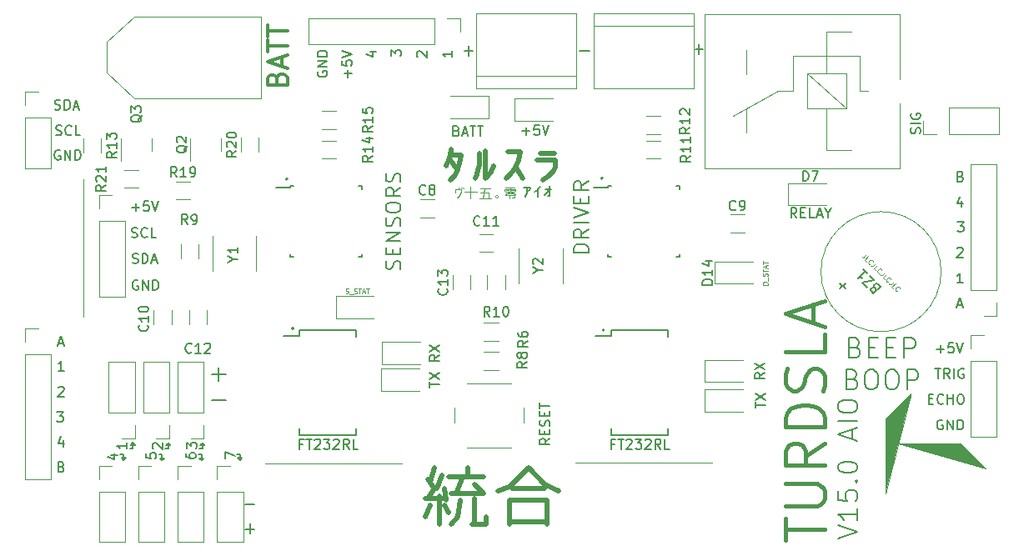
<source format=gbr>
%TF.GenerationSoftware,KiCad,Pcbnew,(6.0.2)*%
%TF.CreationDate,2022-05-29T08:20:39+05:30*%
%TF.ProjectId,AIO,41494f2e-6b69-4636-9164-5f7063625858,rev?*%
%TF.SameCoordinates,Original*%
%TF.FileFunction,Legend,Top*%
%TF.FilePolarity,Positive*%
%FSLAX46Y46*%
G04 Gerber Fmt 4.6, Leading zero omitted, Abs format (unit mm)*
G04 Created by KiCad (PCBNEW (6.0.2)) date 2022-05-29 08:20:39*
%MOMM*%
%LPD*%
G01*
G04 APERTURE LIST*
%ADD10C,0.150000*%
%ADD11C,0.125000*%
%ADD12C,0.100000*%
%ADD13C,0.500000*%
%ADD14C,0.400000*%
%ADD15C,0.200000*%
%ADD16C,0.300000*%
%ADD17C,0.120000*%
G04 APERTURE END LIST*
D10*
X118600000Y-124975000D02*
X118600000Y-125550000D01*
X119600000Y-116850000D02*
X121050000Y-116850000D01*
X145700000Y-83500000D02*
X145700000Y-84500000D01*
X111825000Y-124000000D02*
X111400000Y-124000000D01*
X122725000Y-125325000D02*
X122500000Y-125525000D01*
X114400000Y-125350000D02*
X114825000Y-125350000D01*
X111625000Y-123800000D02*
X111825000Y-124000000D01*
X118450000Y-124025000D02*
X118675000Y-123825000D01*
X169125000Y-83300000D02*
X169125000Y-84300000D01*
X127350000Y-97000000D02*
G75*
G03*
X127350000Y-97000000I-100000J0D01*
G01*
X118600000Y-125550000D02*
X118400000Y-125350000D01*
X123500000Y-132020000D02*
X123500000Y-133020000D01*
X118875000Y-124025000D02*
X118450000Y-124025000D01*
X118675000Y-123825000D02*
X118875000Y-124025000D01*
X110900000Y-125325000D02*
X110675000Y-125525000D01*
X110675000Y-124950000D02*
X110675000Y-125525000D01*
X118675000Y-124400000D02*
X118350000Y-124400000D01*
X111625000Y-124375000D02*
X111300000Y-124375000D01*
X114600000Y-124975000D02*
X114275000Y-124975000D01*
X127950000Y-112175000D02*
G75*
G03*
X127950000Y-112175000I-100000J0D01*
G01*
X122500000Y-125525000D02*
X122300000Y-125325000D01*
X159500000Y-112350000D02*
G75*
G03*
X159500000Y-112350000I-100000J0D01*
G01*
X114600000Y-125550000D02*
X114400000Y-125350000D01*
X118600000Y-124975000D02*
X118275000Y-124975000D01*
X111625000Y-124375000D02*
X111625000Y-123800000D01*
X157000000Y-84000000D02*
X158000000Y-84000000D01*
X115200000Y-124400000D02*
X115200000Y-123825000D01*
X118400000Y-125350000D02*
X118825000Y-125350000D01*
X168725000Y-83800000D02*
X169525000Y-83800000D01*
X145300000Y-84000000D02*
X146100000Y-84000000D01*
X119600000Y-119475000D02*
X121075000Y-119475000D01*
X114975000Y-124025000D02*
X115200000Y-123825000D01*
X114825000Y-125350000D02*
X114600000Y-125550000D01*
X118825000Y-125350000D02*
X118600000Y-125550000D01*
X122500000Y-124950000D02*
X122500000Y-125525000D01*
X122500000Y-124950000D02*
X122175000Y-124950000D01*
X115200000Y-123825000D02*
X115400000Y-124025000D01*
X115200000Y-124400000D02*
X114875000Y-124400000D01*
X123012500Y-130000000D02*
X123925000Y-130000000D01*
X111400000Y-124000000D02*
X111625000Y-123800000D01*
X122300000Y-125325000D02*
X122725000Y-125325000D01*
X123050000Y-132575000D02*
X123925000Y-132575000D01*
X110675000Y-124950000D02*
X110350000Y-124950000D01*
X118675000Y-124400000D02*
X118675000Y-123825000D01*
X110475000Y-125325000D02*
X110900000Y-125325000D01*
X110675000Y-125525000D02*
X110475000Y-125325000D01*
X159350000Y-96925000D02*
G75*
G03*
X159350000Y-96925000I-100000J0D01*
G01*
X120318750Y-116127500D02*
X120331250Y-117552500D01*
X114600000Y-124975000D02*
X114600000Y-125550000D01*
X115400000Y-124025000D02*
X114975000Y-124025000D01*
X133471428Y-86685714D02*
X133471428Y-85923809D01*
X133852380Y-86304761D02*
X133090476Y-86304761D01*
X132852380Y-84971428D02*
X132852380Y-85447619D01*
X133328571Y-85495238D01*
X133280952Y-85447619D01*
X133233333Y-85352380D01*
X133233333Y-85114285D01*
X133280952Y-85019047D01*
X133328571Y-84971428D01*
X133423809Y-84923809D01*
X133661904Y-84923809D01*
X133757142Y-84971428D01*
X133804761Y-85019047D01*
X133852380Y-85114285D01*
X133852380Y-85352380D01*
X133804761Y-85447619D01*
X133757142Y-85495238D01*
X132852380Y-84638095D02*
X133852380Y-84304761D01*
X132852380Y-83971428D01*
X104061904Y-113666666D02*
X104538095Y-113666666D01*
X103966666Y-113952380D02*
X104300000Y-112952380D01*
X104633333Y-113952380D01*
D11*
X176076190Y-107734761D02*
X175576190Y-107734761D01*
X175576190Y-107615714D01*
X175600000Y-107544285D01*
X175647619Y-107496666D01*
X175695238Y-107472857D01*
X175790476Y-107449047D01*
X175861904Y-107449047D01*
X175957142Y-107472857D01*
X176004761Y-107496666D01*
X176052380Y-107544285D01*
X176076190Y-107615714D01*
X176076190Y-107734761D01*
X176123809Y-107353809D02*
X176123809Y-106972857D01*
X176052380Y-106877619D02*
X176076190Y-106806190D01*
X176076190Y-106687142D01*
X176052380Y-106639523D01*
X176028571Y-106615714D01*
X175980952Y-106591904D01*
X175933333Y-106591904D01*
X175885714Y-106615714D01*
X175861904Y-106639523D01*
X175838095Y-106687142D01*
X175814285Y-106782380D01*
X175790476Y-106830000D01*
X175766666Y-106853809D01*
X175719047Y-106877619D01*
X175671428Y-106877619D01*
X175623809Y-106853809D01*
X175600000Y-106830000D01*
X175576190Y-106782380D01*
X175576190Y-106663333D01*
X175600000Y-106591904D01*
X175576190Y-106449047D02*
X175576190Y-106163333D01*
X176076190Y-106306190D02*
X175576190Y-106306190D01*
X175933333Y-106020476D02*
X175933333Y-105782380D01*
X176076190Y-106068095D02*
X175576190Y-105901428D01*
X176076190Y-105734761D01*
X175576190Y-105639523D02*
X175576190Y-105353809D01*
X176076190Y-105496666D02*
X175576190Y-105496666D01*
D10*
X193214285Y-114271428D02*
X193976190Y-114271428D01*
X193595238Y-114652380D02*
X193595238Y-113890476D01*
X194928571Y-113652380D02*
X194452380Y-113652380D01*
X194404761Y-114128571D01*
X194452380Y-114080952D01*
X194547619Y-114033333D01*
X194785714Y-114033333D01*
X194880952Y-114080952D01*
X194928571Y-114128571D01*
X194976190Y-114223809D01*
X194976190Y-114461904D01*
X194928571Y-114557142D01*
X194880952Y-114604761D01*
X194785714Y-114652380D01*
X194547619Y-114652380D01*
X194452380Y-114604761D01*
X194404761Y-114557142D01*
X195261904Y-113652380D02*
X195595238Y-114652380D01*
X195928571Y-113652380D01*
X193838095Y-121500000D02*
X193742857Y-121452380D01*
X193600000Y-121452380D01*
X193457142Y-121500000D01*
X193361904Y-121595238D01*
X193314285Y-121690476D01*
X193266666Y-121880952D01*
X193266666Y-122023809D01*
X193314285Y-122214285D01*
X193361904Y-122309523D01*
X193457142Y-122404761D01*
X193600000Y-122452380D01*
X193695238Y-122452380D01*
X193838095Y-122404761D01*
X193885714Y-122357142D01*
X193885714Y-122023809D01*
X193695238Y-122023809D01*
X194314285Y-122452380D02*
X194314285Y-121452380D01*
X194885714Y-122452380D01*
X194885714Y-121452380D01*
X195361904Y-122452380D02*
X195361904Y-121452380D01*
X195600000Y-121452380D01*
X195742857Y-121500000D01*
X195838095Y-121595238D01*
X195885714Y-121690476D01*
X195933333Y-121880952D01*
X195933333Y-122023809D01*
X195885714Y-122214285D01*
X195838095Y-122309523D01*
X195742857Y-122404761D01*
X195600000Y-122452380D01*
X195361904Y-122452380D01*
D12*
X133233333Y-108602380D02*
X133304761Y-108626190D01*
X133423809Y-108626190D01*
X133471428Y-108602380D01*
X133495238Y-108578571D01*
X133519047Y-108530952D01*
X133519047Y-108483333D01*
X133495238Y-108435714D01*
X133471428Y-108411904D01*
X133423809Y-108388095D01*
X133328571Y-108364285D01*
X133280952Y-108340476D01*
X133257142Y-108316666D01*
X133233333Y-108269047D01*
X133233333Y-108221428D01*
X133257142Y-108173809D01*
X133280952Y-108150000D01*
X133328571Y-108126190D01*
X133447619Y-108126190D01*
X133519047Y-108150000D01*
X133614285Y-108673809D02*
X133995238Y-108673809D01*
X134090476Y-108602380D02*
X134161904Y-108626190D01*
X134280952Y-108626190D01*
X134328571Y-108602380D01*
X134352380Y-108578571D01*
X134376190Y-108530952D01*
X134376190Y-108483333D01*
X134352380Y-108435714D01*
X134328571Y-108411904D01*
X134280952Y-108388095D01*
X134185714Y-108364285D01*
X134138095Y-108340476D01*
X134114285Y-108316666D01*
X134090476Y-108269047D01*
X134090476Y-108221428D01*
X134114285Y-108173809D01*
X134138095Y-108150000D01*
X134185714Y-108126190D01*
X134304761Y-108126190D01*
X134376190Y-108150000D01*
X134519047Y-108126190D02*
X134804761Y-108126190D01*
X134661904Y-108626190D02*
X134661904Y-108126190D01*
X134947619Y-108483333D02*
X135185714Y-108483333D01*
X134900000Y-108626190D02*
X135066666Y-108126190D01*
X135233333Y-108626190D01*
X135328571Y-108126190D02*
X135614285Y-108126190D01*
X135471428Y-108626190D02*
X135471428Y-108126190D01*
D13*
X143701190Y-127275000D02*
X147272619Y-127275000D01*
X143939285Y-128941666D02*
X147034523Y-128941666D01*
X141320238Y-129417857D02*
X143463095Y-129417857D01*
X146082142Y-132036904D02*
X147510714Y-132036904D01*
X142748809Y-129179761D02*
X142748809Y-132036904D01*
X145605952Y-126322619D02*
X145605952Y-127275000D01*
X146320238Y-129417857D02*
X146320238Y-132036904D01*
X147510714Y-131322619D02*
X147510714Y-132036904D01*
X146320238Y-127989285D02*
X147272619Y-128941666D01*
X141558333Y-127513095D02*
X142272619Y-128465476D01*
X141558333Y-129417857D01*
X143225000Y-130132142D02*
X143701190Y-130846428D01*
X143225000Y-128465476D02*
X143463095Y-129655952D01*
X142272619Y-126322619D02*
X141796428Y-127751190D01*
X142986904Y-127036904D02*
X142510714Y-128465476D01*
X145129761Y-127275000D02*
X144415476Y-128941666D01*
X141796428Y-130132142D02*
X141320238Y-131322619D01*
X144891666Y-129655952D02*
X144653571Y-131322619D01*
X143939285Y-132036904D01*
X150129761Y-128465476D02*
X153463095Y-128465476D01*
X149891666Y-131798809D02*
X153701190Y-131798809D01*
X149891666Y-129655952D02*
X149891666Y-132036904D01*
X149891666Y-129655952D02*
X153701190Y-129655952D01*
X153701190Y-132036904D01*
X151796428Y-126322619D02*
X153463095Y-127989285D01*
X154891666Y-128703571D01*
X151796428Y-126322619D02*
X149891666Y-128227380D01*
X148701190Y-128703571D01*
D10*
X103809523Y-92504761D02*
X103952380Y-92552380D01*
X104190476Y-92552380D01*
X104285714Y-92504761D01*
X104333333Y-92457142D01*
X104380952Y-92361904D01*
X104380952Y-92266666D01*
X104333333Y-92171428D01*
X104285714Y-92123809D01*
X104190476Y-92076190D01*
X104000000Y-92028571D01*
X103904761Y-91980952D01*
X103857142Y-91933333D01*
X103809523Y-91838095D01*
X103809523Y-91742857D01*
X103857142Y-91647619D01*
X103904761Y-91600000D01*
X104000000Y-91552380D01*
X104238095Y-91552380D01*
X104380952Y-91600000D01*
X105380952Y-92457142D02*
X105333333Y-92504761D01*
X105190476Y-92552380D01*
X105095238Y-92552380D01*
X104952380Y-92504761D01*
X104857142Y-92409523D01*
X104809523Y-92314285D01*
X104761904Y-92123809D01*
X104761904Y-91980952D01*
X104809523Y-91790476D01*
X104857142Y-91695238D01*
X104952380Y-91600000D01*
X105095238Y-91552380D01*
X105190476Y-91552380D01*
X105333333Y-91600000D01*
X105380952Y-91647619D01*
X106285714Y-92552380D02*
X105809523Y-92552380D01*
X105809523Y-91552380D01*
X195314285Y-104047619D02*
X195361904Y-104000000D01*
X195457142Y-103952380D01*
X195695238Y-103952380D01*
X195790476Y-104000000D01*
X195838095Y-104047619D01*
X195885714Y-104142857D01*
X195885714Y-104238095D01*
X195838095Y-104380952D01*
X195266666Y-104952380D01*
X195885714Y-104952380D01*
X104238095Y-94100000D02*
X104142857Y-94052380D01*
X104000000Y-94052380D01*
X103857142Y-94100000D01*
X103761904Y-94195238D01*
X103714285Y-94290476D01*
X103666666Y-94480952D01*
X103666666Y-94623809D01*
X103714285Y-94814285D01*
X103761904Y-94909523D01*
X103857142Y-95004761D01*
X104000000Y-95052380D01*
X104095238Y-95052380D01*
X104238095Y-95004761D01*
X104285714Y-94957142D01*
X104285714Y-94623809D01*
X104095238Y-94623809D01*
X104714285Y-95052380D02*
X104714285Y-94052380D01*
X105285714Y-95052380D01*
X105285714Y-94052380D01*
X105761904Y-95052380D02*
X105761904Y-94052380D01*
X106000000Y-94052380D01*
X106142857Y-94100000D01*
X106238095Y-94195238D01*
X106285714Y-94290476D01*
X106333333Y-94480952D01*
X106333333Y-94623809D01*
X106285714Y-94814285D01*
X106238095Y-94909523D01*
X106142857Y-95004761D01*
X106000000Y-95052380D01*
X105761904Y-95052380D01*
X121002380Y-125408333D02*
X121002380Y-124741666D01*
X122002380Y-125170238D01*
X104635714Y-116477380D02*
X104064285Y-116477380D01*
X104350000Y-116477380D02*
X104350000Y-115477380D01*
X104254761Y-115620238D01*
X104159523Y-115715476D01*
X104064285Y-115763095D01*
X112977380Y-124836904D02*
X112977380Y-125313095D01*
X113453571Y-125360714D01*
X113405952Y-125313095D01*
X113358333Y-125217857D01*
X113358333Y-124979761D01*
X113405952Y-124884523D01*
X113453571Y-124836904D01*
X113548809Y-124789285D01*
X113786904Y-124789285D01*
X113882142Y-124836904D01*
X113929761Y-124884523D01*
X113977380Y-124979761D01*
X113977380Y-125217857D01*
X113929761Y-125313095D01*
X113882142Y-125360714D01*
D14*
X177859523Y-133714285D02*
X177859523Y-131485714D01*
X181859523Y-132599999D02*
X177859523Y-132599999D01*
X177859523Y-130185714D02*
X181097619Y-130185714D01*
X181478571Y-129999999D01*
X181669047Y-129814285D01*
X181859523Y-129442857D01*
X181859523Y-128699999D01*
X181669047Y-128328571D01*
X181478571Y-128142857D01*
X181097619Y-127957142D01*
X177859523Y-127957142D01*
X181859523Y-123871428D02*
X179954761Y-125171428D01*
X181859523Y-126099999D02*
X177859523Y-126099999D01*
X177859523Y-124614285D01*
X178050000Y-124242857D01*
X178240476Y-124057142D01*
X178621428Y-123871428D01*
X179192857Y-123871428D01*
X179573809Y-124057142D01*
X179764285Y-124242857D01*
X179954761Y-124614285D01*
X179954761Y-126099999D01*
X181859523Y-122199999D02*
X177859523Y-122199999D01*
X177859523Y-121271428D01*
X178050000Y-120714285D01*
X178430952Y-120342857D01*
X178811904Y-120157142D01*
X179573809Y-119971428D01*
X180145238Y-119971428D01*
X180907142Y-120157142D01*
X181288095Y-120342857D01*
X181669047Y-120714285D01*
X181859523Y-121271428D01*
X181859523Y-122199999D01*
X181669047Y-118485714D02*
X181859523Y-117928571D01*
X181859523Y-117000000D01*
X181669047Y-116628571D01*
X181478571Y-116442857D01*
X181097619Y-116257142D01*
X180716666Y-116257142D01*
X180335714Y-116442857D01*
X180145238Y-116628571D01*
X179954761Y-117000000D01*
X179764285Y-117742857D01*
X179573809Y-118114285D01*
X179383333Y-118299999D01*
X179002380Y-118485714D01*
X178621428Y-118485714D01*
X178240476Y-118299999D01*
X178050000Y-118114285D01*
X177859523Y-117742857D01*
X177859523Y-116814285D01*
X178050000Y-116257142D01*
X181859523Y-112728571D02*
X181859523Y-114585714D01*
X177859523Y-114585714D01*
X180716666Y-111614285D02*
X180716666Y-109757142D01*
X181859523Y-111985714D02*
X177859523Y-110685714D01*
X181859523Y-109385714D01*
D10*
X195366666Y-101352380D02*
X195985714Y-101352380D01*
X195652380Y-101733333D01*
X195795238Y-101733333D01*
X195890476Y-101780952D01*
X195938095Y-101828571D01*
X195985714Y-101923809D01*
X195985714Y-102161904D01*
X195938095Y-102257142D01*
X195890476Y-102304761D01*
X195795238Y-102352380D01*
X195509523Y-102352380D01*
X195414285Y-102304761D01*
X195366666Y-102257142D01*
X111514285Y-99871428D02*
X112276190Y-99871428D01*
X111895238Y-100252380D02*
X111895238Y-99490476D01*
X113228571Y-99252380D02*
X112752380Y-99252380D01*
X112704761Y-99728571D01*
X112752380Y-99680952D01*
X112847619Y-99633333D01*
X113085714Y-99633333D01*
X113180952Y-99680952D01*
X113228571Y-99728571D01*
X113276190Y-99823809D01*
X113276190Y-100061904D01*
X113228571Y-100157142D01*
X113180952Y-100204761D01*
X113085714Y-100252380D01*
X112847619Y-100252380D01*
X112752380Y-100204761D01*
X112704761Y-100157142D01*
X113561904Y-99252380D02*
X113895238Y-100252380D01*
X114228571Y-99252380D01*
D15*
X184983333Y-114097142D02*
X185269047Y-114192380D01*
X185364285Y-114287619D01*
X185459523Y-114478095D01*
X185459523Y-114763809D01*
X185364285Y-114954285D01*
X185269047Y-115049523D01*
X185078571Y-115144761D01*
X184316666Y-115144761D01*
X184316666Y-113144761D01*
X184983333Y-113144761D01*
X185173809Y-113240000D01*
X185269047Y-113335238D01*
X185364285Y-113525714D01*
X185364285Y-113716190D01*
X185269047Y-113906666D01*
X185173809Y-114001904D01*
X184983333Y-114097142D01*
X184316666Y-114097142D01*
X186316666Y-114097142D02*
X186983333Y-114097142D01*
X187269047Y-115144761D02*
X186316666Y-115144761D01*
X186316666Y-113144761D01*
X187269047Y-113144761D01*
X188126190Y-114097142D02*
X188792857Y-114097142D01*
X189078571Y-115144761D02*
X188126190Y-115144761D01*
X188126190Y-113144761D01*
X189078571Y-113144761D01*
X189935714Y-115144761D02*
X189935714Y-113144761D01*
X190697619Y-113144761D01*
X190888095Y-113240000D01*
X190983333Y-113335238D01*
X191078571Y-113525714D01*
X191078571Y-113811428D01*
X190983333Y-114001904D01*
X190888095Y-114097142D01*
X190697619Y-114192380D01*
X189935714Y-114192380D01*
X184697619Y-117317142D02*
X184983333Y-117412380D01*
X185078571Y-117507619D01*
X185173809Y-117698095D01*
X185173809Y-117983809D01*
X185078571Y-118174285D01*
X184983333Y-118269523D01*
X184792857Y-118364761D01*
X184030952Y-118364761D01*
X184030952Y-116364761D01*
X184697619Y-116364761D01*
X184888095Y-116460000D01*
X184983333Y-116555238D01*
X185078571Y-116745714D01*
X185078571Y-116936190D01*
X184983333Y-117126666D01*
X184888095Y-117221904D01*
X184697619Y-117317142D01*
X184030952Y-117317142D01*
X186411904Y-116364761D02*
X186792857Y-116364761D01*
X186983333Y-116460000D01*
X187173809Y-116650476D01*
X187269047Y-117031428D01*
X187269047Y-117698095D01*
X187173809Y-118079047D01*
X186983333Y-118269523D01*
X186792857Y-118364761D01*
X186411904Y-118364761D01*
X186221428Y-118269523D01*
X186030952Y-118079047D01*
X185935714Y-117698095D01*
X185935714Y-117031428D01*
X186030952Y-116650476D01*
X186221428Y-116460000D01*
X186411904Y-116364761D01*
X188507142Y-116364761D02*
X188888095Y-116364761D01*
X189078571Y-116460000D01*
X189269047Y-116650476D01*
X189364285Y-117031428D01*
X189364285Y-117698095D01*
X189269047Y-118079047D01*
X189078571Y-118269523D01*
X188888095Y-118364761D01*
X188507142Y-118364761D01*
X188316666Y-118269523D01*
X188126190Y-118079047D01*
X188030952Y-117698095D01*
X188030952Y-117031428D01*
X188126190Y-116650476D01*
X188316666Y-116460000D01*
X188507142Y-116364761D01*
X190221428Y-118364761D02*
X190221428Y-116364761D01*
X190983333Y-116364761D01*
X191173809Y-116460000D01*
X191269047Y-116555238D01*
X191364285Y-116745714D01*
X191364285Y-117031428D01*
X191269047Y-117221904D01*
X191173809Y-117317142D01*
X190983333Y-117412380D01*
X190221428Y-117412380D01*
D10*
X104540476Y-123510714D02*
X104540476Y-124177380D01*
X104302380Y-123129761D02*
X104064285Y-123844047D01*
X104683333Y-123844047D01*
X103916666Y-120677380D02*
X104535714Y-120677380D01*
X104202380Y-121058333D01*
X104345238Y-121058333D01*
X104440476Y-121105952D01*
X104488095Y-121153571D01*
X104535714Y-121248809D01*
X104535714Y-121486904D01*
X104488095Y-121582142D01*
X104440476Y-121629761D01*
X104345238Y-121677380D01*
X104059523Y-121677380D01*
X103964285Y-121629761D01*
X103916666Y-121582142D01*
X111509523Y-102904761D02*
X111652380Y-102952380D01*
X111890476Y-102952380D01*
X111985714Y-102904761D01*
X112033333Y-102857142D01*
X112080952Y-102761904D01*
X112080952Y-102666666D01*
X112033333Y-102571428D01*
X111985714Y-102523809D01*
X111890476Y-102476190D01*
X111700000Y-102428571D01*
X111604761Y-102380952D01*
X111557142Y-102333333D01*
X111509523Y-102238095D01*
X111509523Y-102142857D01*
X111557142Y-102047619D01*
X111604761Y-102000000D01*
X111700000Y-101952380D01*
X111938095Y-101952380D01*
X112080952Y-102000000D01*
X113080952Y-102857142D02*
X113033333Y-102904761D01*
X112890476Y-102952380D01*
X112795238Y-102952380D01*
X112652380Y-102904761D01*
X112557142Y-102809523D01*
X112509523Y-102714285D01*
X112461904Y-102523809D01*
X112461904Y-102380952D01*
X112509523Y-102190476D01*
X112557142Y-102095238D01*
X112652380Y-102000000D01*
X112795238Y-101952380D01*
X112890476Y-101952380D01*
X113033333Y-102000000D01*
X113080952Y-102047619D01*
X113985714Y-102952380D02*
X113509523Y-102952380D01*
X113509523Y-101952380D01*
X144052380Y-84014285D02*
X144052380Y-84585714D01*
X144052380Y-84300000D02*
X143052380Y-84300000D01*
X143195238Y-84395238D01*
X143290476Y-84490476D01*
X143338095Y-84585714D01*
X111585714Y-105504761D02*
X111728571Y-105552380D01*
X111966666Y-105552380D01*
X112061904Y-105504761D01*
X112109523Y-105457142D01*
X112157142Y-105361904D01*
X112157142Y-105266666D01*
X112109523Y-105171428D01*
X112061904Y-105123809D01*
X111966666Y-105076190D01*
X111776190Y-105028571D01*
X111680952Y-104980952D01*
X111633333Y-104933333D01*
X111585714Y-104838095D01*
X111585714Y-104742857D01*
X111633333Y-104647619D01*
X111680952Y-104600000D01*
X111776190Y-104552380D01*
X112014285Y-104552380D01*
X112157142Y-104600000D01*
X112585714Y-105552380D02*
X112585714Y-104552380D01*
X112823809Y-104552380D01*
X112966666Y-104600000D01*
X113061904Y-104695238D01*
X113109523Y-104790476D01*
X113157142Y-104980952D01*
X113157142Y-105123809D01*
X113109523Y-105314285D01*
X113061904Y-105409523D01*
X112966666Y-105504761D01*
X112823809Y-105552380D01*
X112585714Y-105552380D01*
X113538095Y-105266666D02*
X114014285Y-105266666D01*
X113442857Y-105552380D02*
X113776190Y-104552380D01*
X114109523Y-105552380D01*
D12*
X144686904Y-97832142D02*
X144686904Y-98022619D01*
X144401190Y-98355952D02*
X144401190Y-98022619D01*
X144972619Y-98022619D01*
X144925000Y-98308333D01*
X144877380Y-98451190D01*
X144782142Y-98641666D01*
X144686904Y-98784523D01*
X144496428Y-98879761D01*
X144972619Y-97879761D02*
X145067857Y-97975000D01*
X145115476Y-97832142D02*
X145210714Y-97927380D01*
X145305952Y-98308333D02*
X146544047Y-98308333D01*
X145925000Y-97784523D02*
X145925000Y-98927380D01*
X146877380Y-97927380D02*
X147925000Y-97927380D01*
X146782142Y-98927380D02*
X148020238Y-98927380D01*
X146925000Y-98355952D02*
X147782142Y-98355952D01*
X147782142Y-98927380D01*
X147305952Y-97975000D02*
X147115476Y-98927380D01*
X148496428Y-98594047D02*
X148591666Y-98594047D01*
X148686904Y-98689285D01*
X148686904Y-98784523D01*
X148591666Y-98879761D01*
X148496428Y-98879761D01*
X148401190Y-98784523D01*
X148401190Y-98689285D01*
X148496428Y-98594047D01*
X149448809Y-97879761D02*
X150401190Y-97879761D01*
X149496428Y-98117857D02*
X149782142Y-98117857D01*
X150067857Y-98117857D02*
X150353571Y-98117857D01*
X149448809Y-98260714D02*
X149782142Y-98260714D01*
X150067857Y-98260714D02*
X150401190Y-98260714D01*
X150115476Y-98879761D02*
X150353571Y-98879761D01*
X149353571Y-98022619D02*
X149353571Y-98165476D01*
X149829761Y-98641666D02*
X149829761Y-98927380D01*
X149925000Y-97879761D02*
X149925000Y-98213095D01*
X149448809Y-98641666D02*
X150353571Y-98641666D01*
X150353571Y-98832142D01*
X149353571Y-98022619D02*
X150496428Y-98022619D01*
X150496428Y-98165476D01*
X149925000Y-98308333D02*
X150448809Y-98546428D01*
X149925000Y-98308333D02*
X149401190Y-98546428D01*
X149734523Y-98498809D02*
X150115476Y-98498809D01*
D10*
X141752380Y-118161904D02*
X141752380Y-117590476D01*
X142752380Y-117876190D02*
X141752380Y-117876190D01*
X141752380Y-117352380D02*
X142752380Y-116685714D01*
X141752380Y-116685714D02*
X142752380Y-117352380D01*
X128853571Y-123903571D02*
X128520238Y-123903571D01*
X128520238Y-124427380D02*
X128520238Y-123427380D01*
X128996428Y-123427380D01*
X129234523Y-123427380D02*
X129805952Y-123427380D01*
X129520238Y-124427380D02*
X129520238Y-123427380D01*
X130091666Y-123522619D02*
X130139285Y-123475000D01*
X130234523Y-123427380D01*
X130472619Y-123427380D01*
X130567857Y-123475000D01*
X130615476Y-123522619D01*
X130663095Y-123617857D01*
X130663095Y-123713095D01*
X130615476Y-123855952D01*
X130044047Y-124427380D01*
X130663095Y-124427380D01*
X130996428Y-123427380D02*
X131615476Y-123427380D01*
X131282142Y-123808333D01*
X131425000Y-123808333D01*
X131520238Y-123855952D01*
X131567857Y-123903571D01*
X131615476Y-123998809D01*
X131615476Y-124236904D01*
X131567857Y-124332142D01*
X131520238Y-124379761D01*
X131425000Y-124427380D01*
X131139285Y-124427380D01*
X131044047Y-124379761D01*
X130996428Y-124332142D01*
X131996428Y-123522619D02*
X132044047Y-123475000D01*
X132139285Y-123427380D01*
X132377380Y-123427380D01*
X132472619Y-123475000D01*
X132520238Y-123522619D01*
X132567857Y-123617857D01*
X132567857Y-123713095D01*
X132520238Y-123855952D01*
X131948809Y-124427380D01*
X132567857Y-124427380D01*
X133567857Y-124427380D02*
X133234523Y-123951190D01*
X132996428Y-124427380D02*
X132996428Y-123427380D01*
X133377380Y-123427380D01*
X133472619Y-123475000D01*
X133520238Y-123522619D01*
X133567857Y-123617857D01*
X133567857Y-123760714D01*
X133520238Y-123855952D01*
X133472619Y-123903571D01*
X133377380Y-123951190D01*
X132996428Y-123951190D01*
X134472619Y-124427380D02*
X133996428Y-124427380D01*
X133996428Y-123427380D01*
X153952380Y-123352380D02*
X153476190Y-123685714D01*
X153952380Y-123923809D02*
X152952380Y-123923809D01*
X152952380Y-123542857D01*
X153000000Y-123447619D01*
X153047619Y-123400000D01*
X153142857Y-123352380D01*
X153285714Y-123352380D01*
X153380952Y-123400000D01*
X153428571Y-123447619D01*
X153476190Y-123542857D01*
X153476190Y-123923809D01*
X153428571Y-122923809D02*
X153428571Y-122590476D01*
X153952380Y-122447619D02*
X153952380Y-122923809D01*
X152952380Y-122923809D01*
X152952380Y-122447619D01*
X153904761Y-122066666D02*
X153952380Y-121923809D01*
X153952380Y-121685714D01*
X153904761Y-121590476D01*
X153857142Y-121542857D01*
X153761904Y-121495238D01*
X153666666Y-121495238D01*
X153571428Y-121542857D01*
X153523809Y-121590476D01*
X153476190Y-121685714D01*
X153428571Y-121876190D01*
X153380952Y-121971428D01*
X153333333Y-122019047D01*
X153238095Y-122066666D01*
X153142857Y-122066666D01*
X153047619Y-122019047D01*
X153000000Y-121971428D01*
X152952380Y-121876190D01*
X152952380Y-121638095D01*
X153000000Y-121495238D01*
X153428571Y-121066666D02*
X153428571Y-120733333D01*
X153952380Y-120590476D02*
X153952380Y-121066666D01*
X152952380Y-121066666D01*
X152952380Y-120590476D01*
X152952380Y-120304761D02*
X152952380Y-119733333D01*
X153952380Y-120019047D02*
X152952380Y-120019047D01*
X130400000Y-86061904D02*
X130352380Y-86157142D01*
X130352380Y-86300000D01*
X130400000Y-86442857D01*
X130495238Y-86538095D01*
X130590476Y-86585714D01*
X130780952Y-86633333D01*
X130923809Y-86633333D01*
X131114285Y-86585714D01*
X131209523Y-86538095D01*
X131304761Y-86442857D01*
X131352380Y-86300000D01*
X131352380Y-86204761D01*
X131304761Y-86061904D01*
X131257142Y-86014285D01*
X130923809Y-86014285D01*
X130923809Y-86204761D01*
X131352380Y-85585714D02*
X130352380Y-85585714D01*
X131352380Y-85014285D01*
X130352380Y-85014285D01*
X131352380Y-84538095D02*
X130352380Y-84538095D01*
X130352380Y-84300000D01*
X130400000Y-84157142D01*
X130495238Y-84061904D01*
X130590476Y-84014285D01*
X130780952Y-83966666D01*
X130923809Y-83966666D01*
X131114285Y-84014285D01*
X131209523Y-84061904D01*
X131304761Y-84157142D01*
X131352380Y-84300000D01*
X131352380Y-84538095D01*
X103685714Y-89904761D02*
X103828571Y-89952380D01*
X104066666Y-89952380D01*
X104161904Y-89904761D01*
X104209523Y-89857142D01*
X104257142Y-89761904D01*
X104257142Y-89666666D01*
X104209523Y-89571428D01*
X104161904Y-89523809D01*
X104066666Y-89476190D01*
X103876190Y-89428571D01*
X103780952Y-89380952D01*
X103733333Y-89333333D01*
X103685714Y-89238095D01*
X103685714Y-89142857D01*
X103733333Y-89047619D01*
X103780952Y-89000000D01*
X103876190Y-88952380D01*
X104114285Y-88952380D01*
X104257142Y-89000000D01*
X104685714Y-89952380D02*
X104685714Y-88952380D01*
X104923809Y-88952380D01*
X105066666Y-89000000D01*
X105161904Y-89095238D01*
X105209523Y-89190476D01*
X105257142Y-89380952D01*
X105257142Y-89523809D01*
X105209523Y-89714285D01*
X105161904Y-89809523D01*
X105066666Y-89904761D01*
X104923809Y-89952380D01*
X104685714Y-89952380D01*
X105638095Y-89666666D02*
X106114285Y-89666666D01*
X105542857Y-89952380D02*
X105876190Y-88952380D01*
X106209523Y-89952380D01*
X191554761Y-92373809D02*
X191602380Y-92230952D01*
X191602380Y-91992857D01*
X191554761Y-91897619D01*
X191507142Y-91850000D01*
X191411904Y-91802380D01*
X191316666Y-91802380D01*
X191221428Y-91850000D01*
X191173809Y-91897619D01*
X191126190Y-91992857D01*
X191078571Y-92183333D01*
X191030952Y-92278571D01*
X190983333Y-92326190D01*
X190888095Y-92373809D01*
X190792857Y-92373809D01*
X190697619Y-92326190D01*
X190650000Y-92278571D01*
X190602380Y-92183333D01*
X190602380Y-91945238D01*
X190650000Y-91802380D01*
X191602380Y-91373809D02*
X190602380Y-91373809D01*
X190650000Y-90373809D02*
X190602380Y-90469047D01*
X190602380Y-90611904D01*
X190650000Y-90754761D01*
X190745238Y-90850000D01*
X190840476Y-90897619D01*
X191030952Y-90945238D01*
X191173809Y-90945238D01*
X191364285Y-90897619D01*
X191459523Y-90850000D01*
X191554761Y-90754761D01*
X191602380Y-90611904D01*
X191602380Y-90516666D01*
X191554761Y-90373809D01*
X191507142Y-90326190D01*
X191173809Y-90326190D01*
X191173809Y-90516666D01*
X193076190Y-116252380D02*
X193647619Y-116252380D01*
X193361904Y-117252380D02*
X193361904Y-116252380D01*
X194552380Y-117252380D02*
X194219047Y-116776190D01*
X193980952Y-117252380D02*
X193980952Y-116252380D01*
X194361904Y-116252380D01*
X194457142Y-116300000D01*
X194504761Y-116347619D01*
X194552380Y-116442857D01*
X194552380Y-116585714D01*
X194504761Y-116680952D01*
X194457142Y-116728571D01*
X194361904Y-116776190D01*
X193980952Y-116776190D01*
X194980952Y-117252380D02*
X194980952Y-116252380D01*
X195980952Y-116300000D02*
X195885714Y-116252380D01*
X195742857Y-116252380D01*
X195600000Y-116300000D01*
X195504761Y-116395238D01*
X195457142Y-116490476D01*
X195409523Y-116680952D01*
X195409523Y-116823809D01*
X195457142Y-117014285D01*
X195504761Y-117109523D01*
X195600000Y-117204761D01*
X195742857Y-117252380D01*
X195838095Y-117252380D01*
X195980952Y-117204761D01*
X196028571Y-117157142D01*
X196028571Y-116823809D01*
X195838095Y-116823809D01*
X144480952Y-92103571D02*
X144623809Y-92151190D01*
X144671428Y-92198809D01*
X144719047Y-92294047D01*
X144719047Y-92436904D01*
X144671428Y-92532142D01*
X144623809Y-92579761D01*
X144528571Y-92627380D01*
X144147619Y-92627380D01*
X144147619Y-91627380D01*
X144480952Y-91627380D01*
X144576190Y-91675000D01*
X144623809Y-91722619D01*
X144671428Y-91817857D01*
X144671428Y-91913095D01*
X144623809Y-92008333D01*
X144576190Y-92055952D01*
X144480952Y-92103571D01*
X144147619Y-92103571D01*
X145100000Y-92341666D02*
X145576190Y-92341666D01*
X145004761Y-92627380D02*
X145338095Y-91627380D01*
X145671428Y-92627380D01*
X145861904Y-91627380D02*
X146433333Y-91627380D01*
X146147619Y-92627380D02*
X146147619Y-91627380D01*
X146623809Y-91627380D02*
X147195238Y-91627380D01*
X146909523Y-92627380D02*
X146909523Y-91627380D01*
X160503571Y-123903571D02*
X160170238Y-123903571D01*
X160170238Y-124427380D02*
X160170238Y-123427380D01*
X160646428Y-123427380D01*
X160884523Y-123427380D02*
X161455952Y-123427380D01*
X161170238Y-124427380D02*
X161170238Y-123427380D01*
X161741666Y-123522619D02*
X161789285Y-123475000D01*
X161884523Y-123427380D01*
X162122619Y-123427380D01*
X162217857Y-123475000D01*
X162265476Y-123522619D01*
X162313095Y-123617857D01*
X162313095Y-123713095D01*
X162265476Y-123855952D01*
X161694047Y-124427380D01*
X162313095Y-124427380D01*
X162646428Y-123427380D02*
X163265476Y-123427380D01*
X162932142Y-123808333D01*
X163075000Y-123808333D01*
X163170238Y-123855952D01*
X163217857Y-123903571D01*
X163265476Y-123998809D01*
X163265476Y-124236904D01*
X163217857Y-124332142D01*
X163170238Y-124379761D01*
X163075000Y-124427380D01*
X162789285Y-124427380D01*
X162694047Y-124379761D01*
X162646428Y-124332142D01*
X163646428Y-123522619D02*
X163694047Y-123475000D01*
X163789285Y-123427380D01*
X164027380Y-123427380D01*
X164122619Y-123475000D01*
X164170238Y-123522619D01*
X164217857Y-123617857D01*
X164217857Y-123713095D01*
X164170238Y-123855952D01*
X163598809Y-124427380D01*
X164217857Y-124427380D01*
X165217857Y-124427380D02*
X164884523Y-123951190D01*
X164646428Y-124427380D02*
X164646428Y-123427380D01*
X165027380Y-123427380D01*
X165122619Y-123475000D01*
X165170238Y-123522619D01*
X165217857Y-123617857D01*
X165217857Y-123760714D01*
X165170238Y-123855952D01*
X165122619Y-123903571D01*
X165027380Y-123951190D01*
X164646428Y-123951190D01*
X166122619Y-124427380D02*
X165646428Y-124427380D01*
X165646428Y-123427380D01*
D15*
X157878571Y-104441428D02*
X156378571Y-104441428D01*
X156378571Y-104084285D01*
X156450000Y-103870000D01*
X156592857Y-103727142D01*
X156735714Y-103655714D01*
X157021428Y-103584285D01*
X157235714Y-103584285D01*
X157521428Y-103655714D01*
X157664285Y-103727142D01*
X157807142Y-103870000D01*
X157878571Y-104084285D01*
X157878571Y-104441428D01*
X157878571Y-102084285D02*
X157164285Y-102584285D01*
X157878571Y-102941428D02*
X156378571Y-102941428D01*
X156378571Y-102370000D01*
X156450000Y-102227142D01*
X156521428Y-102155714D01*
X156664285Y-102084285D01*
X156878571Y-102084285D01*
X157021428Y-102155714D01*
X157092857Y-102227142D01*
X157164285Y-102370000D01*
X157164285Y-102941428D01*
X157878571Y-101441428D02*
X156378571Y-101441428D01*
X156378571Y-100941428D02*
X157878571Y-100441428D01*
X156378571Y-99941428D01*
X157092857Y-99441428D02*
X157092857Y-98941428D01*
X157878571Y-98727142D02*
X157878571Y-99441428D01*
X156378571Y-99441428D01*
X156378571Y-98727142D01*
X157878571Y-97227142D02*
X157164285Y-97727142D01*
X157878571Y-98084285D02*
X156378571Y-98084285D01*
X156378571Y-97512857D01*
X156450000Y-97370000D01*
X156521428Y-97298571D01*
X156664285Y-97227142D01*
X156878571Y-97227142D01*
X157021428Y-97298571D01*
X157092857Y-97370000D01*
X157164285Y-97512857D01*
X157164285Y-98084285D01*
D10*
X175752380Y-116691666D02*
X175276190Y-117025000D01*
X175752380Y-117263095D02*
X174752380Y-117263095D01*
X174752380Y-116882142D01*
X174800000Y-116786904D01*
X174847619Y-116739285D01*
X174942857Y-116691666D01*
X175085714Y-116691666D01*
X175180952Y-116739285D01*
X175228571Y-116786904D01*
X175276190Y-116882142D01*
X175276190Y-117263095D01*
X174752380Y-116358333D02*
X175752380Y-115691666D01*
X174752380Y-115691666D02*
X175752380Y-116358333D01*
X179020238Y-100927380D02*
X178686904Y-100451190D01*
X178448809Y-100927380D02*
X178448809Y-99927380D01*
X178829761Y-99927380D01*
X178925000Y-99975000D01*
X178972619Y-100022619D01*
X179020238Y-100117857D01*
X179020238Y-100260714D01*
X178972619Y-100355952D01*
X178925000Y-100403571D01*
X178829761Y-100451190D01*
X178448809Y-100451190D01*
X179448809Y-100403571D02*
X179782142Y-100403571D01*
X179925000Y-100927380D02*
X179448809Y-100927380D01*
X179448809Y-99927380D01*
X179925000Y-99927380D01*
X180829761Y-100927380D02*
X180353571Y-100927380D01*
X180353571Y-99927380D01*
X181115476Y-100641666D02*
X181591666Y-100641666D01*
X181020238Y-100927380D02*
X181353571Y-99927380D01*
X181686904Y-100927380D01*
X182210714Y-100451190D02*
X182210714Y-100927380D01*
X181877380Y-99927380D02*
X182210714Y-100451190D01*
X182544047Y-99927380D01*
X104371428Y-126228571D02*
X104514285Y-126276190D01*
X104561904Y-126323809D01*
X104609523Y-126419047D01*
X104609523Y-126561904D01*
X104561904Y-126657142D01*
X104514285Y-126704761D01*
X104419047Y-126752380D01*
X104038095Y-126752380D01*
X104038095Y-125752380D01*
X104371428Y-125752380D01*
X104466666Y-125800000D01*
X104514285Y-125847619D01*
X104561904Y-125942857D01*
X104561904Y-126038095D01*
X104514285Y-126133333D01*
X104466666Y-126180952D01*
X104371428Y-126228571D01*
X104038095Y-126228571D01*
X137852380Y-84533333D02*
X137852380Y-83914285D01*
X138233333Y-84247619D01*
X138233333Y-84104761D01*
X138280952Y-84009523D01*
X138328571Y-83961904D01*
X138423809Y-83914285D01*
X138661904Y-83914285D01*
X138757142Y-83961904D01*
X138804761Y-84009523D01*
X138852380Y-84104761D01*
X138852380Y-84390476D01*
X138804761Y-84485714D01*
X138757142Y-84533333D01*
D12*
X186135532Y-104673307D02*
X185882994Y-104925845D01*
X185815650Y-104959517D01*
X185748307Y-104959517D01*
X185680963Y-104925845D01*
X185647292Y-104892173D01*
X186118696Y-105363578D02*
X185950337Y-105195219D01*
X186303891Y-104841666D01*
X186472250Y-105649788D02*
X186438578Y-105649788D01*
X186371234Y-105616116D01*
X186337563Y-105582444D01*
X186303891Y-105515101D01*
X186303891Y-105447757D01*
X186320727Y-105397250D01*
X186371234Y-105313070D01*
X186421742Y-105262563D01*
X186505921Y-105212055D01*
X186556429Y-105195219D01*
X186623773Y-105195219D01*
X186691116Y-105228891D01*
X186724788Y-105262563D01*
X186758460Y-105329906D01*
X186758460Y-105363578D01*
X187044669Y-105582444D02*
X186792131Y-105834982D01*
X186724788Y-105868654D01*
X186657444Y-105868654D01*
X186590101Y-105834982D01*
X186556429Y-105801311D01*
X187027834Y-106272715D02*
X186859475Y-106104356D01*
X187213028Y-105750803D01*
X187381387Y-106558925D02*
X187347715Y-106558925D01*
X187280372Y-106525253D01*
X187246700Y-106491582D01*
X187213028Y-106424238D01*
X187213028Y-106356895D01*
X187229864Y-106306387D01*
X187280372Y-106222208D01*
X187330879Y-106171700D01*
X187415059Y-106121192D01*
X187465566Y-106104356D01*
X187532910Y-106104356D01*
X187600253Y-106138028D01*
X187633925Y-106171700D01*
X187667597Y-106239043D01*
X187667597Y-106272715D01*
X187953807Y-106491582D02*
X187701269Y-106744120D01*
X187633925Y-106777791D01*
X187566582Y-106777791D01*
X187499238Y-106744120D01*
X187465566Y-106710448D01*
X187936971Y-107181852D02*
X187768612Y-107013494D01*
X188122165Y-106659940D01*
X188290524Y-107468062D02*
X188256852Y-107468062D01*
X188189509Y-107434391D01*
X188155837Y-107400719D01*
X188122165Y-107333375D01*
X188122165Y-107266032D01*
X188139001Y-107215524D01*
X188189509Y-107131345D01*
X188240017Y-107080837D01*
X188324196Y-107030330D01*
X188374704Y-107013494D01*
X188442047Y-107013494D01*
X188509391Y-107047165D01*
X188543062Y-107080837D01*
X188576734Y-107148181D01*
X188576734Y-107181852D01*
X188862944Y-107400719D02*
X188610406Y-107653257D01*
X188543062Y-107686929D01*
X188475719Y-107686929D01*
X188408375Y-107653257D01*
X188374704Y-107619585D01*
X188846108Y-108090990D02*
X188677749Y-107922631D01*
X189031303Y-107569078D01*
X189199662Y-108377200D02*
X189165990Y-108377200D01*
X189098646Y-108343528D01*
X189064975Y-108309856D01*
X189031303Y-108242513D01*
X189031303Y-108175169D01*
X189048139Y-108124662D01*
X189098646Y-108040482D01*
X189149154Y-107989975D01*
X189233333Y-107939467D01*
X189283841Y-107922631D01*
X189351184Y-107922631D01*
X189418528Y-107956303D01*
X189452200Y-107989975D01*
X189485871Y-108057318D01*
X189485871Y-108090990D01*
D10*
X112138095Y-107300000D02*
X112042857Y-107252380D01*
X111900000Y-107252380D01*
X111757142Y-107300000D01*
X111661904Y-107395238D01*
X111614285Y-107490476D01*
X111566666Y-107680952D01*
X111566666Y-107823809D01*
X111614285Y-108014285D01*
X111661904Y-108109523D01*
X111757142Y-108204761D01*
X111900000Y-108252380D01*
X111995238Y-108252380D01*
X112138095Y-108204761D01*
X112185714Y-108157142D01*
X112185714Y-107823809D01*
X111995238Y-107823809D01*
X112614285Y-108252380D02*
X112614285Y-107252380D01*
X113185714Y-108252380D01*
X113185714Y-107252380D01*
X113661904Y-108252380D02*
X113661904Y-107252380D01*
X113900000Y-107252380D01*
X114042857Y-107300000D01*
X114138095Y-107395238D01*
X114185714Y-107490476D01*
X114233333Y-107680952D01*
X114233333Y-107823809D01*
X114185714Y-108014285D01*
X114138095Y-108109523D01*
X114042857Y-108204761D01*
X113900000Y-108252380D01*
X113661904Y-108252380D01*
D15*
X183204761Y-133517857D02*
X185204761Y-132851190D01*
X183204761Y-132184523D01*
X185204761Y-130470238D02*
X185204761Y-131613095D01*
X185204761Y-131041666D02*
X183204761Y-131041666D01*
X183490476Y-131232142D01*
X183680952Y-131422619D01*
X183776190Y-131613095D01*
X183204761Y-128660714D02*
X183204761Y-129613095D01*
X184157142Y-129708333D01*
X184061904Y-129613095D01*
X183966666Y-129422619D01*
X183966666Y-128946428D01*
X184061904Y-128755952D01*
X184157142Y-128660714D01*
X184347619Y-128565476D01*
X184823809Y-128565476D01*
X185014285Y-128660714D01*
X185109523Y-128755952D01*
X185204761Y-128946428D01*
X185204761Y-129422619D01*
X185109523Y-129613095D01*
X185014285Y-129708333D01*
X185014285Y-127708333D02*
X185109523Y-127613095D01*
X185204761Y-127708333D01*
X185109523Y-127803571D01*
X185014285Y-127708333D01*
X185204761Y-127708333D01*
X183204761Y-126375000D02*
X183204761Y-126184523D01*
X183300000Y-125994047D01*
X183395238Y-125898809D01*
X183585714Y-125803571D01*
X183966666Y-125708333D01*
X184442857Y-125708333D01*
X184823809Y-125803571D01*
X185014285Y-125898809D01*
X185109523Y-125994047D01*
X185204761Y-126184523D01*
X185204761Y-126375000D01*
X185109523Y-126565476D01*
X185014285Y-126660714D01*
X184823809Y-126755952D01*
X184442857Y-126851190D01*
X183966666Y-126851190D01*
X183585714Y-126755952D01*
X183395238Y-126660714D01*
X183300000Y-126565476D01*
X183204761Y-126375000D01*
X184633333Y-123422619D02*
X184633333Y-122470238D01*
X185204761Y-123613095D02*
X183204761Y-122946428D01*
X185204761Y-122279761D01*
X185204761Y-121613095D02*
X183204761Y-121613095D01*
X183204761Y-120279761D02*
X183204761Y-119898809D01*
X183300000Y-119708333D01*
X183490476Y-119517857D01*
X183871428Y-119422619D01*
X184538095Y-119422619D01*
X184919047Y-119517857D01*
X185109523Y-119708333D01*
X185204761Y-119898809D01*
X185204761Y-120279761D01*
X185109523Y-120470238D01*
X184919047Y-120660714D01*
X184538095Y-120755952D01*
X183871428Y-120755952D01*
X183490476Y-120660714D01*
X183300000Y-120470238D01*
X183204761Y-120279761D01*
D10*
X140547619Y-84585714D02*
X140500000Y-84538095D01*
X140452380Y-84442857D01*
X140452380Y-84204761D01*
X140500000Y-84109523D01*
X140547619Y-84061904D01*
X140642857Y-84014285D01*
X140738095Y-84014285D01*
X140880952Y-84061904D01*
X141452380Y-84633333D01*
X141452380Y-84014285D01*
D16*
X126257142Y-86798095D02*
X126352380Y-86512380D01*
X126447619Y-86417142D01*
X126638095Y-86321904D01*
X126923809Y-86321904D01*
X127114285Y-86417142D01*
X127209523Y-86512380D01*
X127304761Y-86702857D01*
X127304761Y-87464761D01*
X125304761Y-87464761D01*
X125304761Y-86798095D01*
X125400000Y-86607619D01*
X125495238Y-86512380D01*
X125685714Y-86417142D01*
X125876190Y-86417142D01*
X126066666Y-86512380D01*
X126161904Y-86607619D01*
X126257142Y-86798095D01*
X126257142Y-87464761D01*
X126733333Y-85560000D02*
X126733333Y-84607619D01*
X127304761Y-85750476D02*
X125304761Y-85083809D01*
X127304761Y-84417142D01*
X125304761Y-84036190D02*
X125304761Y-82893333D01*
X127304761Y-83464761D02*
X125304761Y-83464761D01*
X125304761Y-82512380D02*
X125304761Y-81369523D01*
X127304761Y-81940952D02*
X125304761Y-81940952D01*
D15*
X138732142Y-106157142D02*
X138803571Y-105942857D01*
X138803571Y-105585714D01*
X138732142Y-105442857D01*
X138660714Y-105371428D01*
X138517857Y-105300000D01*
X138375000Y-105300000D01*
X138232142Y-105371428D01*
X138160714Y-105442857D01*
X138089285Y-105585714D01*
X138017857Y-105871428D01*
X137946428Y-106014285D01*
X137875000Y-106085714D01*
X137732142Y-106157142D01*
X137589285Y-106157142D01*
X137446428Y-106085714D01*
X137375000Y-106014285D01*
X137303571Y-105871428D01*
X137303571Y-105514285D01*
X137375000Y-105300000D01*
X138017857Y-104657142D02*
X138017857Y-104157142D01*
X138803571Y-103942857D02*
X138803571Y-104657142D01*
X137303571Y-104657142D01*
X137303571Y-103942857D01*
X138803571Y-103300000D02*
X137303571Y-103300000D01*
X138803571Y-102442857D01*
X137303571Y-102442857D01*
X138732142Y-101800000D02*
X138803571Y-101585714D01*
X138803571Y-101228571D01*
X138732142Y-101085714D01*
X138660714Y-101014285D01*
X138517857Y-100942857D01*
X138375000Y-100942857D01*
X138232142Y-101014285D01*
X138160714Y-101085714D01*
X138089285Y-101228571D01*
X138017857Y-101514285D01*
X137946428Y-101657142D01*
X137875000Y-101728571D01*
X137732142Y-101800000D01*
X137589285Y-101800000D01*
X137446428Y-101728571D01*
X137375000Y-101657142D01*
X137303571Y-101514285D01*
X137303571Y-101157142D01*
X137375000Y-100942857D01*
X137303571Y-100014285D02*
X137303571Y-99728571D01*
X137375000Y-99585714D01*
X137517857Y-99442857D01*
X137803571Y-99371428D01*
X138303571Y-99371428D01*
X138589285Y-99442857D01*
X138732142Y-99585714D01*
X138803571Y-99728571D01*
X138803571Y-100014285D01*
X138732142Y-100157142D01*
X138589285Y-100300000D01*
X138303571Y-100371428D01*
X137803571Y-100371428D01*
X137517857Y-100300000D01*
X137375000Y-100157142D01*
X137303571Y-100014285D01*
X138803571Y-97871428D02*
X138089285Y-98371428D01*
X138803571Y-98728571D02*
X137303571Y-98728571D01*
X137303571Y-98157142D01*
X137375000Y-98014285D01*
X137446428Y-97942857D01*
X137589285Y-97871428D01*
X137803571Y-97871428D01*
X137946428Y-97942857D01*
X138017857Y-98014285D01*
X138089285Y-98157142D01*
X138089285Y-98728571D01*
X138732142Y-97300000D02*
X138803571Y-97085714D01*
X138803571Y-96728571D01*
X138732142Y-96585714D01*
X138660714Y-96514285D01*
X138517857Y-96442857D01*
X138375000Y-96442857D01*
X138232142Y-96514285D01*
X138160714Y-96585714D01*
X138089285Y-96728571D01*
X138017857Y-97014285D01*
X137946428Y-97157142D01*
X137875000Y-97228571D01*
X137732142Y-97300000D01*
X137589285Y-97300000D01*
X137446428Y-97228571D01*
X137375000Y-97157142D01*
X137303571Y-97014285D01*
X137303571Y-96657142D01*
X137375000Y-96442857D01*
D10*
X117002380Y-124909523D02*
X117002380Y-125100000D01*
X117050000Y-125195238D01*
X117097619Y-125242857D01*
X117240476Y-125338095D01*
X117430952Y-125385714D01*
X117811904Y-125385714D01*
X117907142Y-125338095D01*
X117954761Y-125290476D01*
X118002380Y-125195238D01*
X118002380Y-125004761D01*
X117954761Y-124909523D01*
X117907142Y-124861904D01*
X117811904Y-124814285D01*
X117573809Y-124814285D01*
X117478571Y-124861904D01*
X117430952Y-124909523D01*
X117383333Y-125004761D01*
X117383333Y-125195238D01*
X117430952Y-125290476D01*
X117478571Y-125338095D01*
X117573809Y-125385714D01*
X195885714Y-107552380D02*
X195314285Y-107552380D01*
X195600000Y-107552380D02*
X195600000Y-106552380D01*
X195504761Y-106695238D01*
X195409523Y-106790476D01*
X195314285Y-106838095D01*
X195361904Y-109766666D02*
X195838095Y-109766666D01*
X195266666Y-110052380D02*
X195600000Y-109052380D01*
X195933333Y-110052380D01*
X195671428Y-96728571D02*
X195814285Y-96776190D01*
X195861904Y-96823809D01*
X195909523Y-96919047D01*
X195909523Y-97061904D01*
X195861904Y-97157142D01*
X195814285Y-97204761D01*
X195719047Y-97252380D01*
X195338095Y-97252380D01*
X195338095Y-96252380D01*
X195671428Y-96252380D01*
X195766666Y-96300000D01*
X195814285Y-96347619D01*
X195861904Y-96442857D01*
X195861904Y-96538095D01*
X195814285Y-96633333D01*
X195766666Y-96680952D01*
X195671428Y-96728571D01*
X195338095Y-96728571D01*
X117102380Y-124383333D02*
X117102380Y-123764285D01*
X117483333Y-124097619D01*
X117483333Y-123954761D01*
X117530952Y-123859523D01*
X117578571Y-123811904D01*
X117673809Y-123764285D01*
X117911904Y-123764285D01*
X118007142Y-123811904D01*
X118054761Y-123859523D01*
X118102380Y-123954761D01*
X118102380Y-124240476D01*
X118054761Y-124335714D01*
X118007142Y-124383333D01*
X195790476Y-99185714D02*
X195790476Y-99852380D01*
X195552380Y-98804761D02*
X195314285Y-99519047D01*
X195933333Y-99519047D01*
X151164285Y-92146428D02*
X151926190Y-92146428D01*
X151545238Y-92527380D02*
X151545238Y-91765476D01*
X152878571Y-91527380D02*
X152402380Y-91527380D01*
X152354761Y-92003571D01*
X152402380Y-91955952D01*
X152497619Y-91908333D01*
X152735714Y-91908333D01*
X152830952Y-91955952D01*
X152878571Y-92003571D01*
X152926190Y-92098809D01*
X152926190Y-92336904D01*
X152878571Y-92432142D01*
X152830952Y-92479761D01*
X152735714Y-92527380D01*
X152497619Y-92527380D01*
X152402380Y-92479761D01*
X152354761Y-92432142D01*
X153211904Y-91527380D02*
X153545238Y-92527380D01*
X153878571Y-91527380D01*
X104064285Y-118172619D02*
X104111904Y-118125000D01*
X104207142Y-118077380D01*
X104445238Y-118077380D01*
X104540476Y-118125000D01*
X104588095Y-118172619D01*
X104635714Y-118267857D01*
X104635714Y-118363095D01*
X104588095Y-118505952D01*
X104016666Y-119077380D01*
X104635714Y-119077380D01*
X109410714Y-125009523D02*
X110077380Y-125009523D01*
X109029761Y-125247619D02*
X109744047Y-125485714D01*
X109744047Y-124866666D01*
X192438095Y-119328571D02*
X192771428Y-119328571D01*
X192914285Y-119852380D02*
X192438095Y-119852380D01*
X192438095Y-118852380D01*
X192914285Y-118852380D01*
X193914285Y-119757142D02*
X193866666Y-119804761D01*
X193723809Y-119852380D01*
X193628571Y-119852380D01*
X193485714Y-119804761D01*
X193390476Y-119709523D01*
X193342857Y-119614285D01*
X193295238Y-119423809D01*
X193295238Y-119280952D01*
X193342857Y-119090476D01*
X193390476Y-118995238D01*
X193485714Y-118900000D01*
X193628571Y-118852380D01*
X193723809Y-118852380D01*
X193866666Y-118900000D01*
X193914285Y-118947619D01*
X194342857Y-119852380D02*
X194342857Y-118852380D01*
X194342857Y-119328571D02*
X194914285Y-119328571D01*
X194914285Y-119852380D02*
X194914285Y-118852380D01*
X195580952Y-118852380D02*
X195771428Y-118852380D01*
X195866666Y-118900000D01*
X195961904Y-118995238D01*
X196009523Y-119185714D01*
X196009523Y-119519047D01*
X195961904Y-119709523D01*
X195866666Y-119804761D01*
X195771428Y-119852380D01*
X195580952Y-119852380D01*
X195485714Y-119804761D01*
X195390476Y-119709523D01*
X195342857Y-119519047D01*
X195342857Y-119185714D01*
X195390476Y-118995238D01*
X195485714Y-118900000D01*
X195580952Y-118852380D01*
X142752380Y-114866666D02*
X142276190Y-115200000D01*
X142752380Y-115438095D02*
X141752380Y-115438095D01*
X141752380Y-115057142D01*
X141800000Y-114961904D01*
X141847619Y-114914285D01*
X141942857Y-114866666D01*
X142085714Y-114866666D01*
X142180952Y-114914285D01*
X142228571Y-114961904D01*
X142276190Y-115057142D01*
X142276190Y-115438095D01*
X141752380Y-114533333D02*
X142752380Y-113866666D01*
X141752380Y-113866666D02*
X142752380Y-114533333D01*
X111027380Y-123814285D02*
X111027380Y-124385714D01*
X111027380Y-124100000D02*
X110027380Y-124100000D01*
X110170238Y-124195238D01*
X110265476Y-124290476D01*
X110313095Y-124385714D01*
X135685714Y-84109523D02*
X136352380Y-84109523D01*
X135304761Y-84347619D02*
X136019047Y-84585714D01*
X136019047Y-83966666D01*
X113697619Y-124385714D02*
X113650000Y-124338095D01*
X113602380Y-124242857D01*
X113602380Y-124004761D01*
X113650000Y-123909523D01*
X113697619Y-123861904D01*
X113792857Y-123814285D01*
X113888095Y-123814285D01*
X114030952Y-123861904D01*
X114602380Y-124433333D01*
X114602380Y-123814285D01*
X174852380Y-120236904D02*
X174852380Y-119665476D01*
X175852380Y-119951190D02*
X174852380Y-119951190D01*
X174852380Y-119427380D02*
X175852380Y-118760714D01*
X174852380Y-118760714D02*
X175852380Y-119427380D01*
X151344047Y-97850000D02*
X152010714Y-97850000D01*
X151963095Y-97945238D01*
X151867857Y-98088095D01*
X151725000Y-98183333D01*
X151629761Y-97992857D02*
X151629761Y-98326190D01*
X151629761Y-98421428D01*
X151582142Y-98564285D01*
X151486904Y-98802380D01*
X152725000Y-98088095D02*
X152725000Y-98802380D01*
X152963095Y-97754761D02*
X152867857Y-97897619D01*
X152725000Y-98088095D01*
X152534523Y-98230952D01*
X152391666Y-98326190D01*
X153486904Y-98040476D02*
X154105952Y-98040476D01*
X153915476Y-97707142D02*
X153915476Y-98754761D01*
X153772619Y-98707142D01*
X153867857Y-98040476D02*
X153772619Y-98278571D01*
X153629761Y-98421428D01*
X153439285Y-98611904D01*
D13*
X143832142Y-95114285D02*
X144546428Y-95971428D01*
X143975000Y-93971428D02*
X143832142Y-94542857D01*
X143689285Y-95114285D01*
X143403571Y-95685714D01*
X143975000Y-94542857D02*
X144975000Y-94542857D01*
X144832142Y-95114285D01*
X144689285Y-95685714D01*
X144546428Y-96257142D01*
X144260714Y-96685714D01*
X143832142Y-97114285D01*
X146832142Y-94400000D02*
X146832142Y-95542857D01*
X146689285Y-96114285D01*
X146546428Y-96542857D01*
X146403571Y-96971428D01*
X147403571Y-94114285D02*
X147403571Y-96971428D01*
X147689285Y-96685714D01*
X147975000Y-96257142D01*
X148260714Y-95685714D01*
X149689285Y-94257142D02*
X150975000Y-94257142D01*
X150832142Y-95114285D01*
X150546428Y-95685714D01*
X150260714Y-96114285D01*
X149975000Y-96542857D01*
X149546428Y-96971428D01*
X150546428Y-95828571D02*
X150832142Y-96257142D01*
X151260714Y-96971428D01*
X152975000Y-94400000D02*
X154403571Y-94400000D01*
X152689285Y-95114285D02*
X154546428Y-95114285D01*
X154546428Y-95828571D01*
X154260714Y-96257142D01*
X153832142Y-96685714D01*
X153260714Y-97114285D01*
D10*
%TO.C,R9*%
X117183333Y-101602380D02*
X116850000Y-101126190D01*
X116611904Y-101602380D02*
X116611904Y-100602380D01*
X116992857Y-100602380D01*
X117088095Y-100650000D01*
X117135714Y-100697619D01*
X117183333Y-100792857D01*
X117183333Y-100935714D01*
X117135714Y-101030952D01*
X117088095Y-101078571D01*
X116992857Y-101126190D01*
X116611904Y-101126190D01*
X117659523Y-101602380D02*
X117850000Y-101602380D01*
X117945238Y-101554761D01*
X117992857Y-101507142D01*
X118088095Y-101364285D01*
X118135714Y-101173809D01*
X118135714Y-100792857D01*
X118088095Y-100697619D01*
X118040476Y-100650000D01*
X117945238Y-100602380D01*
X117754761Y-100602380D01*
X117659523Y-100650000D01*
X117611904Y-100697619D01*
X117564285Y-100792857D01*
X117564285Y-101030952D01*
X117611904Y-101126190D01*
X117659523Y-101173809D01*
X117754761Y-101221428D01*
X117945238Y-101221428D01*
X118040476Y-101173809D01*
X118088095Y-101126190D01*
X118135714Y-101030952D01*
%TO.C,Q2*%
X117147619Y-93595238D02*
X117100000Y-93690476D01*
X117004761Y-93785714D01*
X116861904Y-93928571D01*
X116814285Y-94023809D01*
X116814285Y-94119047D01*
X117052380Y-94071428D02*
X117004761Y-94166666D01*
X116909523Y-94261904D01*
X116719047Y-94309523D01*
X116385714Y-94309523D01*
X116195238Y-94261904D01*
X116100000Y-94166666D01*
X116052380Y-94071428D01*
X116052380Y-93880952D01*
X116100000Y-93785714D01*
X116195238Y-93690476D01*
X116385714Y-93642857D01*
X116719047Y-93642857D01*
X116909523Y-93690476D01*
X117004761Y-93785714D01*
X117052380Y-93880952D01*
X117052380Y-94071428D01*
X116147619Y-93261904D02*
X116100000Y-93214285D01*
X116052380Y-93119047D01*
X116052380Y-92880952D01*
X116100000Y-92785714D01*
X116147619Y-92738095D01*
X116242857Y-92690476D01*
X116338095Y-92690476D01*
X116480952Y-92738095D01*
X117052380Y-93309523D01*
X117052380Y-92690476D01*
%TO.C,C12*%
X117582142Y-114582142D02*
X117534523Y-114629761D01*
X117391666Y-114677380D01*
X117296428Y-114677380D01*
X117153571Y-114629761D01*
X117058333Y-114534523D01*
X117010714Y-114439285D01*
X116963095Y-114248809D01*
X116963095Y-114105952D01*
X117010714Y-113915476D01*
X117058333Y-113820238D01*
X117153571Y-113725000D01*
X117296428Y-113677380D01*
X117391666Y-113677380D01*
X117534523Y-113725000D01*
X117582142Y-113772619D01*
X118534523Y-114677380D02*
X117963095Y-114677380D01*
X118248809Y-114677380D02*
X118248809Y-113677380D01*
X118153571Y-113820238D01*
X118058333Y-113915476D01*
X117963095Y-113963095D01*
X118915476Y-113772619D02*
X118963095Y-113725000D01*
X119058333Y-113677380D01*
X119296428Y-113677380D01*
X119391666Y-113725000D01*
X119439285Y-113772619D01*
X119486904Y-113867857D01*
X119486904Y-113963095D01*
X119439285Y-114105952D01*
X118867857Y-114677380D01*
X119486904Y-114677380D01*
%TO.C,C10*%
X113107142Y-111842857D02*
X113154761Y-111890476D01*
X113202380Y-112033333D01*
X113202380Y-112128571D01*
X113154761Y-112271428D01*
X113059523Y-112366666D01*
X112964285Y-112414285D01*
X112773809Y-112461904D01*
X112630952Y-112461904D01*
X112440476Y-112414285D01*
X112345238Y-112366666D01*
X112250000Y-112271428D01*
X112202380Y-112128571D01*
X112202380Y-112033333D01*
X112250000Y-111890476D01*
X112297619Y-111842857D01*
X113202380Y-110890476D02*
X113202380Y-111461904D01*
X113202380Y-111176190D02*
X112202380Y-111176190D01*
X112345238Y-111271428D01*
X112440476Y-111366666D01*
X112488095Y-111461904D01*
X112202380Y-110271428D02*
X112202380Y-110176190D01*
X112250000Y-110080952D01*
X112297619Y-110033333D01*
X112392857Y-109985714D01*
X112583333Y-109938095D01*
X112821428Y-109938095D01*
X113011904Y-109985714D01*
X113107142Y-110033333D01*
X113154761Y-110080952D01*
X113202380Y-110176190D01*
X113202380Y-110271428D01*
X113154761Y-110366666D01*
X113107142Y-110414285D01*
X113011904Y-110461904D01*
X112821428Y-110509523D01*
X112583333Y-110509523D01*
X112392857Y-110461904D01*
X112297619Y-110414285D01*
X112250000Y-110366666D01*
X112202380Y-110271428D01*
%TO.C,R21*%
X108877380Y-97617857D02*
X108401190Y-97951190D01*
X108877380Y-98189285D02*
X107877380Y-98189285D01*
X107877380Y-97808333D01*
X107925000Y-97713095D01*
X107972619Y-97665476D01*
X108067857Y-97617857D01*
X108210714Y-97617857D01*
X108305952Y-97665476D01*
X108353571Y-97713095D01*
X108401190Y-97808333D01*
X108401190Y-98189285D01*
X107972619Y-97236904D02*
X107925000Y-97189285D01*
X107877380Y-97094047D01*
X107877380Y-96855952D01*
X107925000Y-96760714D01*
X107972619Y-96713095D01*
X108067857Y-96665476D01*
X108163095Y-96665476D01*
X108305952Y-96713095D01*
X108877380Y-97284523D01*
X108877380Y-96665476D01*
X108877380Y-95713095D02*
X108877380Y-96284523D01*
X108877380Y-95998809D02*
X107877380Y-95998809D01*
X108020238Y-96094047D01*
X108115476Y-96189285D01*
X108163095Y-96284523D01*
%TO.C,C8*%
X141333333Y-98507142D02*
X141285714Y-98554761D01*
X141142857Y-98602380D01*
X141047619Y-98602380D01*
X140904761Y-98554761D01*
X140809523Y-98459523D01*
X140761904Y-98364285D01*
X140714285Y-98173809D01*
X140714285Y-98030952D01*
X140761904Y-97840476D01*
X140809523Y-97745238D01*
X140904761Y-97650000D01*
X141047619Y-97602380D01*
X141142857Y-97602380D01*
X141285714Y-97650000D01*
X141333333Y-97697619D01*
X141904761Y-98030952D02*
X141809523Y-97983333D01*
X141761904Y-97935714D01*
X141714285Y-97840476D01*
X141714285Y-97792857D01*
X141761904Y-97697619D01*
X141809523Y-97650000D01*
X141904761Y-97602380D01*
X142095238Y-97602380D01*
X142190476Y-97650000D01*
X142238095Y-97697619D01*
X142285714Y-97792857D01*
X142285714Y-97840476D01*
X142238095Y-97935714D01*
X142190476Y-97983333D01*
X142095238Y-98030952D01*
X141904761Y-98030952D01*
X141809523Y-98078571D01*
X141761904Y-98126190D01*
X141714285Y-98221428D01*
X141714285Y-98411904D01*
X141761904Y-98507142D01*
X141809523Y-98554761D01*
X141904761Y-98602380D01*
X142095238Y-98602380D01*
X142190476Y-98554761D01*
X142238095Y-98507142D01*
X142285714Y-98411904D01*
X142285714Y-98221428D01*
X142238095Y-98126190D01*
X142190476Y-98078571D01*
X142095238Y-98030952D01*
%TO.C,R6*%
X151727380Y-113441666D02*
X151251190Y-113775000D01*
X151727380Y-114013095D02*
X150727380Y-114013095D01*
X150727380Y-113632142D01*
X150775000Y-113536904D01*
X150822619Y-113489285D01*
X150917857Y-113441666D01*
X151060714Y-113441666D01*
X151155952Y-113489285D01*
X151203571Y-113536904D01*
X151251190Y-113632142D01*
X151251190Y-114013095D01*
X150727380Y-112584523D02*
X150727380Y-112775000D01*
X150775000Y-112870238D01*
X150822619Y-112917857D01*
X150965476Y-113013095D01*
X151155952Y-113060714D01*
X151536904Y-113060714D01*
X151632142Y-113013095D01*
X151679761Y-112965476D01*
X151727380Y-112870238D01*
X151727380Y-112679761D01*
X151679761Y-112584523D01*
X151632142Y-112536904D01*
X151536904Y-112489285D01*
X151298809Y-112489285D01*
X151203571Y-112536904D01*
X151155952Y-112584523D01*
X151108333Y-112679761D01*
X151108333Y-112870238D01*
X151155952Y-112965476D01*
X151203571Y-113013095D01*
X151298809Y-113060714D01*
%TO.C,R10*%
X147857142Y-110952380D02*
X147523809Y-110476190D01*
X147285714Y-110952380D02*
X147285714Y-109952380D01*
X147666666Y-109952380D01*
X147761904Y-110000000D01*
X147809523Y-110047619D01*
X147857142Y-110142857D01*
X147857142Y-110285714D01*
X147809523Y-110380952D01*
X147761904Y-110428571D01*
X147666666Y-110476190D01*
X147285714Y-110476190D01*
X148809523Y-110952380D02*
X148238095Y-110952380D01*
X148523809Y-110952380D02*
X148523809Y-109952380D01*
X148428571Y-110095238D01*
X148333333Y-110190476D01*
X148238095Y-110238095D01*
X149428571Y-109952380D02*
X149523809Y-109952380D01*
X149619047Y-110000000D01*
X149666666Y-110047619D01*
X149714285Y-110142857D01*
X149761904Y-110333333D01*
X149761904Y-110571428D01*
X149714285Y-110761904D01*
X149666666Y-110857142D01*
X149619047Y-110904761D01*
X149523809Y-110952380D01*
X149428571Y-110952380D01*
X149333333Y-110904761D01*
X149285714Y-110857142D01*
X149238095Y-110761904D01*
X149190476Y-110571428D01*
X149190476Y-110333333D01*
X149238095Y-110142857D01*
X149285714Y-110047619D01*
X149333333Y-110000000D01*
X149428571Y-109952380D01*
%TO.C,R20*%
X122132380Y-94142857D02*
X121656190Y-94476190D01*
X122132380Y-94714285D02*
X121132380Y-94714285D01*
X121132380Y-94333333D01*
X121180000Y-94238095D01*
X121227619Y-94190476D01*
X121322857Y-94142857D01*
X121465714Y-94142857D01*
X121560952Y-94190476D01*
X121608571Y-94238095D01*
X121656190Y-94333333D01*
X121656190Y-94714285D01*
X121227619Y-93761904D02*
X121180000Y-93714285D01*
X121132380Y-93619047D01*
X121132380Y-93380952D01*
X121180000Y-93285714D01*
X121227619Y-93238095D01*
X121322857Y-93190476D01*
X121418095Y-93190476D01*
X121560952Y-93238095D01*
X122132380Y-93809523D01*
X122132380Y-93190476D01*
X121132380Y-92571428D02*
X121132380Y-92476190D01*
X121180000Y-92380952D01*
X121227619Y-92333333D01*
X121322857Y-92285714D01*
X121513333Y-92238095D01*
X121751428Y-92238095D01*
X121941904Y-92285714D01*
X122037142Y-92333333D01*
X122084761Y-92380952D01*
X122132380Y-92476190D01*
X122132380Y-92571428D01*
X122084761Y-92666666D01*
X122037142Y-92714285D01*
X121941904Y-92761904D01*
X121751428Y-92809523D01*
X121513333Y-92809523D01*
X121322857Y-92761904D01*
X121227619Y-92714285D01*
X121180000Y-92666666D01*
X121132380Y-92571428D01*
%TO.C,R8*%
X151652380Y-115566666D02*
X151176190Y-115900000D01*
X151652380Y-116138095D02*
X150652380Y-116138095D01*
X150652380Y-115757142D01*
X150700000Y-115661904D01*
X150747619Y-115614285D01*
X150842857Y-115566666D01*
X150985714Y-115566666D01*
X151080952Y-115614285D01*
X151128571Y-115661904D01*
X151176190Y-115757142D01*
X151176190Y-116138095D01*
X151080952Y-114995238D02*
X151033333Y-115090476D01*
X150985714Y-115138095D01*
X150890476Y-115185714D01*
X150842857Y-115185714D01*
X150747619Y-115138095D01*
X150700000Y-115090476D01*
X150652380Y-114995238D01*
X150652380Y-114804761D01*
X150700000Y-114709523D01*
X150747619Y-114661904D01*
X150842857Y-114614285D01*
X150890476Y-114614285D01*
X150985714Y-114661904D01*
X151033333Y-114709523D01*
X151080952Y-114804761D01*
X151080952Y-114995238D01*
X151128571Y-115090476D01*
X151176190Y-115138095D01*
X151271428Y-115185714D01*
X151461904Y-115185714D01*
X151557142Y-115138095D01*
X151604761Y-115090476D01*
X151652380Y-114995238D01*
X151652380Y-114804761D01*
X151604761Y-114709523D01*
X151557142Y-114661904D01*
X151461904Y-114614285D01*
X151271428Y-114614285D01*
X151176190Y-114661904D01*
X151128571Y-114709523D01*
X151080952Y-114804761D01*
%TO.C,Q3*%
X112547619Y-90495238D02*
X112500000Y-90590476D01*
X112404761Y-90685714D01*
X112261904Y-90828571D01*
X112214285Y-90923809D01*
X112214285Y-91019047D01*
X112452380Y-90971428D02*
X112404761Y-91066666D01*
X112309523Y-91161904D01*
X112119047Y-91209523D01*
X111785714Y-91209523D01*
X111595238Y-91161904D01*
X111500000Y-91066666D01*
X111452380Y-90971428D01*
X111452380Y-90780952D01*
X111500000Y-90685714D01*
X111595238Y-90590476D01*
X111785714Y-90542857D01*
X112119047Y-90542857D01*
X112309523Y-90590476D01*
X112404761Y-90685714D01*
X112452380Y-90780952D01*
X112452380Y-90971428D01*
X111452380Y-90209523D02*
X111452380Y-89590476D01*
X111833333Y-89923809D01*
X111833333Y-89780952D01*
X111880952Y-89685714D01*
X111928571Y-89638095D01*
X112023809Y-89590476D01*
X112261904Y-89590476D01*
X112357142Y-89638095D01*
X112404761Y-89685714D01*
X112452380Y-89780952D01*
X112452380Y-90066666D01*
X112404761Y-90161904D01*
X112357142Y-90209523D01*
%TO.C,Y1*%
X121801190Y-105126190D02*
X122277380Y-105126190D01*
X121277380Y-105459523D02*
X121801190Y-105126190D01*
X121277380Y-104792857D01*
X122277380Y-103935714D02*
X122277380Y-104507142D01*
X122277380Y-104221428D02*
X121277380Y-104221428D01*
X121420238Y-104316666D01*
X121515476Y-104411904D01*
X121563095Y-104507142D01*
%TO.C,R15*%
X135952380Y-91642857D02*
X135476190Y-91976190D01*
X135952380Y-92214285D02*
X134952380Y-92214285D01*
X134952380Y-91833333D01*
X135000000Y-91738095D01*
X135047619Y-91690476D01*
X135142857Y-91642857D01*
X135285714Y-91642857D01*
X135380952Y-91690476D01*
X135428571Y-91738095D01*
X135476190Y-91833333D01*
X135476190Y-92214285D01*
X135952380Y-90690476D02*
X135952380Y-91261904D01*
X135952380Y-90976190D02*
X134952380Y-90976190D01*
X135095238Y-91071428D01*
X135190476Y-91166666D01*
X135238095Y-91261904D01*
X134952380Y-89785714D02*
X134952380Y-90261904D01*
X135428571Y-90309523D01*
X135380952Y-90261904D01*
X135333333Y-90166666D01*
X135333333Y-89928571D01*
X135380952Y-89833333D01*
X135428571Y-89785714D01*
X135523809Y-89738095D01*
X135761904Y-89738095D01*
X135857142Y-89785714D01*
X135904761Y-89833333D01*
X135952380Y-89928571D01*
X135952380Y-90166666D01*
X135904761Y-90261904D01*
X135857142Y-90309523D01*
%TO.C,R11*%
X168252380Y-94642857D02*
X167776190Y-94976190D01*
X168252380Y-95214285D02*
X167252380Y-95214285D01*
X167252380Y-94833333D01*
X167300000Y-94738095D01*
X167347619Y-94690476D01*
X167442857Y-94642857D01*
X167585714Y-94642857D01*
X167680952Y-94690476D01*
X167728571Y-94738095D01*
X167776190Y-94833333D01*
X167776190Y-95214285D01*
X168252380Y-93690476D02*
X168252380Y-94261904D01*
X168252380Y-93976190D02*
X167252380Y-93976190D01*
X167395238Y-94071428D01*
X167490476Y-94166666D01*
X167538095Y-94261904D01*
X168252380Y-92738095D02*
X168252380Y-93309523D01*
X168252380Y-93023809D02*
X167252380Y-93023809D01*
X167395238Y-93119047D01*
X167490476Y-93214285D01*
X167538095Y-93309523D01*
%TO.C,BZ1*%
X186922419Y-108053435D02*
X186855076Y-107918748D01*
X186855076Y-107851404D01*
X186888748Y-107750389D01*
X186989763Y-107649374D01*
X187090778Y-107615702D01*
X187158122Y-107615702D01*
X187259137Y-107649374D01*
X187528511Y-107918748D01*
X186821404Y-108625854D01*
X186585702Y-108390152D01*
X186552030Y-108289137D01*
X186552030Y-108221793D01*
X186585702Y-108120778D01*
X186653045Y-108053435D01*
X186754061Y-108019763D01*
X186821404Y-108019763D01*
X186922419Y-108053435D01*
X187158122Y-108289137D01*
X186181641Y-107986091D02*
X185710236Y-107514687D01*
X186888748Y-107278984D01*
X186417343Y-106807580D01*
X185777580Y-106167816D02*
X186181641Y-106571877D01*
X185979610Y-106369847D02*
X185272503Y-107076954D01*
X185440862Y-107043282D01*
X185575549Y-107043282D01*
X185676564Y-107076954D01*
X183408341Y-108147089D02*
X183947089Y-107608341D01*
X183947089Y-108147089D02*
X183408341Y-107608341D01*
%TO.C,C13*%
X143507142Y-108142857D02*
X143554761Y-108190476D01*
X143602380Y-108333333D01*
X143602380Y-108428571D01*
X143554761Y-108571428D01*
X143459523Y-108666666D01*
X143364285Y-108714285D01*
X143173809Y-108761904D01*
X143030952Y-108761904D01*
X142840476Y-108714285D01*
X142745238Y-108666666D01*
X142650000Y-108571428D01*
X142602380Y-108428571D01*
X142602380Y-108333333D01*
X142650000Y-108190476D01*
X142697619Y-108142857D01*
X143602380Y-107190476D02*
X143602380Y-107761904D01*
X143602380Y-107476190D02*
X142602380Y-107476190D01*
X142745238Y-107571428D01*
X142840476Y-107666666D01*
X142888095Y-107761904D01*
X142602380Y-106857142D02*
X142602380Y-106238095D01*
X142983333Y-106571428D01*
X142983333Y-106428571D01*
X143030952Y-106333333D01*
X143078571Y-106285714D01*
X143173809Y-106238095D01*
X143411904Y-106238095D01*
X143507142Y-106285714D01*
X143554761Y-106333333D01*
X143602380Y-106428571D01*
X143602380Y-106714285D01*
X143554761Y-106809523D01*
X143507142Y-106857142D01*
%TO.C,R13*%
X109952380Y-94242857D02*
X109476190Y-94576190D01*
X109952380Y-94814285D02*
X108952380Y-94814285D01*
X108952380Y-94433333D01*
X109000000Y-94338095D01*
X109047619Y-94290476D01*
X109142857Y-94242857D01*
X109285714Y-94242857D01*
X109380952Y-94290476D01*
X109428571Y-94338095D01*
X109476190Y-94433333D01*
X109476190Y-94814285D01*
X109952380Y-93290476D02*
X109952380Y-93861904D01*
X109952380Y-93576190D02*
X108952380Y-93576190D01*
X109095238Y-93671428D01*
X109190476Y-93766666D01*
X109238095Y-93861904D01*
X108952380Y-92957142D02*
X108952380Y-92338095D01*
X109333333Y-92671428D01*
X109333333Y-92528571D01*
X109380952Y-92433333D01*
X109428571Y-92385714D01*
X109523809Y-92338095D01*
X109761904Y-92338095D01*
X109857142Y-92385714D01*
X109904761Y-92433333D01*
X109952380Y-92528571D01*
X109952380Y-92814285D01*
X109904761Y-92909523D01*
X109857142Y-92957142D01*
%TO.C,Y2*%
X152751190Y-106251190D02*
X153227380Y-106251190D01*
X152227380Y-106584523D02*
X152751190Y-106251190D01*
X152227380Y-105917857D01*
X152322619Y-105632142D02*
X152275000Y-105584523D01*
X152227380Y-105489285D01*
X152227380Y-105251190D01*
X152275000Y-105155952D01*
X152322619Y-105108333D01*
X152417857Y-105060714D01*
X152513095Y-105060714D01*
X152655952Y-105108333D01*
X153227380Y-105679761D01*
X153227380Y-105060714D01*
%TO.C,R14*%
X135952380Y-94642857D02*
X135476190Y-94976190D01*
X135952380Y-95214285D02*
X134952380Y-95214285D01*
X134952380Y-94833333D01*
X135000000Y-94738095D01*
X135047619Y-94690476D01*
X135142857Y-94642857D01*
X135285714Y-94642857D01*
X135380952Y-94690476D01*
X135428571Y-94738095D01*
X135476190Y-94833333D01*
X135476190Y-95214285D01*
X135952380Y-93690476D02*
X135952380Y-94261904D01*
X135952380Y-93976190D02*
X134952380Y-93976190D01*
X135095238Y-94071428D01*
X135190476Y-94166666D01*
X135238095Y-94261904D01*
X135285714Y-92833333D02*
X135952380Y-92833333D01*
X134904761Y-93071428D02*
X135619047Y-93309523D01*
X135619047Y-92690476D01*
%TO.C,C11*%
X146857142Y-101657142D02*
X146809523Y-101704761D01*
X146666666Y-101752380D01*
X146571428Y-101752380D01*
X146428571Y-101704761D01*
X146333333Y-101609523D01*
X146285714Y-101514285D01*
X146238095Y-101323809D01*
X146238095Y-101180952D01*
X146285714Y-100990476D01*
X146333333Y-100895238D01*
X146428571Y-100800000D01*
X146571428Y-100752380D01*
X146666666Y-100752380D01*
X146809523Y-100800000D01*
X146857142Y-100847619D01*
X147809523Y-101752380D02*
X147238095Y-101752380D01*
X147523809Y-101752380D02*
X147523809Y-100752380D01*
X147428571Y-100895238D01*
X147333333Y-100990476D01*
X147238095Y-101038095D01*
X148761904Y-101752380D02*
X148190476Y-101752380D01*
X148476190Y-101752380D02*
X148476190Y-100752380D01*
X148380952Y-100895238D01*
X148285714Y-100990476D01*
X148190476Y-101038095D01*
%TO.C,R19*%
X116082142Y-96782380D02*
X115748809Y-96306190D01*
X115510714Y-96782380D02*
X115510714Y-95782380D01*
X115891666Y-95782380D01*
X115986904Y-95830000D01*
X116034523Y-95877619D01*
X116082142Y-95972857D01*
X116082142Y-96115714D01*
X116034523Y-96210952D01*
X115986904Y-96258571D01*
X115891666Y-96306190D01*
X115510714Y-96306190D01*
X117034523Y-96782380D02*
X116463095Y-96782380D01*
X116748809Y-96782380D02*
X116748809Y-95782380D01*
X116653571Y-95925238D01*
X116558333Y-96020476D01*
X116463095Y-96068095D01*
X117510714Y-96782380D02*
X117701190Y-96782380D01*
X117796428Y-96734761D01*
X117844047Y-96687142D01*
X117939285Y-96544285D01*
X117986904Y-96353809D01*
X117986904Y-95972857D01*
X117939285Y-95877619D01*
X117891666Y-95830000D01*
X117796428Y-95782380D01*
X117605952Y-95782380D01*
X117510714Y-95830000D01*
X117463095Y-95877619D01*
X117415476Y-95972857D01*
X117415476Y-96210952D01*
X117463095Y-96306190D01*
X117510714Y-96353809D01*
X117605952Y-96401428D01*
X117796428Y-96401428D01*
X117891666Y-96353809D01*
X117939285Y-96306190D01*
X117986904Y-96210952D01*
%TO.C,C9*%
X172823333Y-100097142D02*
X172775714Y-100144761D01*
X172632857Y-100192380D01*
X172537619Y-100192380D01*
X172394761Y-100144761D01*
X172299523Y-100049523D01*
X172251904Y-99954285D01*
X172204285Y-99763809D01*
X172204285Y-99620952D01*
X172251904Y-99430476D01*
X172299523Y-99335238D01*
X172394761Y-99240000D01*
X172537619Y-99192380D01*
X172632857Y-99192380D01*
X172775714Y-99240000D01*
X172823333Y-99287619D01*
X173299523Y-100192380D02*
X173490000Y-100192380D01*
X173585238Y-100144761D01*
X173632857Y-100097142D01*
X173728095Y-99954285D01*
X173775714Y-99763809D01*
X173775714Y-99382857D01*
X173728095Y-99287619D01*
X173680476Y-99240000D01*
X173585238Y-99192380D01*
X173394761Y-99192380D01*
X173299523Y-99240000D01*
X173251904Y-99287619D01*
X173204285Y-99382857D01*
X173204285Y-99620952D01*
X173251904Y-99716190D01*
X173299523Y-99763809D01*
X173394761Y-99811428D01*
X173585238Y-99811428D01*
X173680476Y-99763809D01*
X173728095Y-99716190D01*
X173775714Y-99620952D01*
%TO.C,D14*%
X170462380Y-107734285D02*
X169462380Y-107734285D01*
X169462380Y-107496190D01*
X169510000Y-107353333D01*
X169605238Y-107258095D01*
X169700476Y-107210476D01*
X169890952Y-107162857D01*
X170033809Y-107162857D01*
X170224285Y-107210476D01*
X170319523Y-107258095D01*
X170414761Y-107353333D01*
X170462380Y-107496190D01*
X170462380Y-107734285D01*
X170462380Y-106210476D02*
X170462380Y-106781904D01*
X170462380Y-106496190D02*
X169462380Y-106496190D01*
X169605238Y-106591428D01*
X169700476Y-106686666D01*
X169748095Y-106781904D01*
X169795714Y-105353333D02*
X170462380Y-105353333D01*
X169414761Y-105591428D02*
X170129047Y-105829523D01*
X170129047Y-105210476D01*
%TO.C,R12*%
X168177380Y-91767857D02*
X167701190Y-92101190D01*
X168177380Y-92339285D02*
X167177380Y-92339285D01*
X167177380Y-91958333D01*
X167225000Y-91863095D01*
X167272619Y-91815476D01*
X167367857Y-91767857D01*
X167510714Y-91767857D01*
X167605952Y-91815476D01*
X167653571Y-91863095D01*
X167701190Y-91958333D01*
X167701190Y-92339285D01*
X168177380Y-90815476D02*
X168177380Y-91386904D01*
X168177380Y-91101190D02*
X167177380Y-91101190D01*
X167320238Y-91196428D01*
X167415476Y-91291666D01*
X167463095Y-91386904D01*
X167272619Y-90434523D02*
X167225000Y-90386904D01*
X167177380Y-90291666D01*
X167177380Y-90053571D01*
X167225000Y-89958333D01*
X167272619Y-89910714D01*
X167367857Y-89863095D01*
X167463095Y-89863095D01*
X167605952Y-89910714D01*
X168177380Y-90482142D01*
X168177380Y-89863095D01*
%TO.C,D7*%
X179661904Y-97182380D02*
X179661904Y-96182380D01*
X179900000Y-96182380D01*
X180042857Y-96230000D01*
X180138095Y-96325238D01*
X180185714Y-96420476D01*
X180233333Y-96610952D01*
X180233333Y-96753809D01*
X180185714Y-96944285D01*
X180138095Y-97039523D01*
X180042857Y-97134761D01*
X179900000Y-97182380D01*
X179661904Y-97182380D01*
X180566666Y-96182380D02*
X181233333Y-96182380D01*
X180804761Y-97182380D01*
%TO.C,U5*%
X167125000Y-97675000D02*
X166800000Y-97675000D01*
X167125000Y-104925000D02*
X166800000Y-104925000D01*
X159875000Y-97900000D02*
X158450000Y-97900000D01*
X159875000Y-104925000D02*
X160200000Y-104925000D01*
X167125000Y-104925000D02*
X167125000Y-104600000D01*
X159875000Y-97675000D02*
X159875000Y-97900000D01*
X159875000Y-104925000D02*
X159875000Y-104600000D01*
X167125000Y-97675000D02*
X167125000Y-98000000D01*
X159875000Y-97675000D02*
X160200000Y-97675000D01*
D17*
%TO.C,R9*%
X116490000Y-105077064D02*
X116490000Y-103622936D01*
X118310000Y-105077064D02*
X118310000Y-103622936D01*
%TO.C,Q2*%
X117440000Y-93500000D02*
X117440000Y-95175000D01*
X117440000Y-93500000D02*
X117440000Y-92850000D01*
X120560000Y-93500000D02*
X120560000Y-94150000D01*
X120560000Y-93500000D02*
X120560000Y-92850000D01*
%TO.C,C12*%
X119135000Y-110338748D02*
X119135000Y-111761252D01*
X117315000Y-110338748D02*
X117315000Y-111761252D01*
%TO.C,C10*%
X115535000Y-110313748D02*
X115535000Y-111736252D01*
X113715000Y-110313748D02*
X113715000Y-111736252D01*
%TO.C,J10*%
X116170000Y-128745000D02*
X116170000Y-133885000D01*
X116170000Y-126145000D02*
X117500000Y-126145000D01*
X116170000Y-133885000D02*
X118830000Y-133885000D01*
X118830000Y-128745000D02*
X118830000Y-133885000D01*
X116170000Y-127475000D02*
X116170000Y-126145000D01*
X116170000Y-128745000D02*
X118830000Y-128745000D01*
%TO.C,D10*%
X136915000Y-115835000D02*
X140800000Y-115835000D01*
X140800000Y-113565000D02*
X136915000Y-113565000D01*
X136915000Y-113565000D02*
X136915000Y-115835000D01*
%TO.C,J3*%
X156620000Y-86540000D02*
X146460000Y-86540000D01*
X146460000Y-80190000D02*
X146460000Y-87810000D01*
X156620000Y-80190000D02*
X146460000Y-80190000D01*
X146460000Y-87810000D02*
X156620000Y-87810000D01*
X156620000Y-87810000D02*
X156620000Y-80190000D01*
%TO.C,J6*%
X112170000Y-128745000D02*
X112170000Y-133885000D01*
X112170000Y-128745000D02*
X114830000Y-128745000D01*
X112170000Y-127475000D02*
X112170000Y-126145000D01*
X112170000Y-133885000D02*
X114830000Y-133885000D01*
X112170000Y-126145000D02*
X113500000Y-126145000D01*
X114830000Y-128745000D02*
X114830000Y-133885000D01*
%TO.C,J9*%
X143500000Y-80670000D02*
X144830000Y-80670000D01*
X129470000Y-80670000D02*
X129470000Y-83330000D01*
X142230000Y-80670000D02*
X129470000Y-80670000D01*
X144830000Y-80670000D02*
X144830000Y-82000000D01*
X142230000Y-83330000D02*
X129470000Y-83330000D01*
X142230000Y-80670000D02*
X142230000Y-83330000D01*
%TO.C,J5*%
X111780000Y-88810000D02*
X124630000Y-88810000D01*
X124630000Y-88810000D02*
X124630000Y-80510000D01*
X108930000Y-83060000D02*
X108930000Y-86210000D01*
X124630000Y-80510000D02*
X111780000Y-80510000D01*
X108930000Y-86210000D02*
X111780000Y-88810000D01*
X111780000Y-80510000D02*
X108930000Y-83060000D01*
%TO.C,SW2*%
X144300000Y-120250000D02*
X144300000Y-121750000D01*
X145550000Y-124250000D02*
X150050000Y-124250000D01*
X151300000Y-121750000D02*
X151300000Y-120250000D01*
X150050000Y-117750000D02*
X145550000Y-117750000D01*
%TO.C,R21*%
X110772936Y-97910000D02*
X112227064Y-97910000D01*
X110772936Y-96090000D02*
X112227064Y-96090000D01*
%TO.C,J18*%
X100670000Y-90770000D02*
X100670000Y-95910000D01*
X100670000Y-88170000D02*
X102000000Y-88170000D01*
X100670000Y-90770000D02*
X103330000Y-90770000D01*
X100670000Y-89500000D02*
X100670000Y-88170000D01*
X100670000Y-95910000D02*
X103330000Y-95910000D01*
X103330000Y-90770000D02*
X103330000Y-95910000D01*
%TO.C,D11*%
X169715000Y-120635000D02*
X173600000Y-120635000D01*
X173600000Y-118365000D02*
X169715000Y-118365000D01*
X169715000Y-118365000D02*
X169715000Y-120635000D01*
D12*
%TO.C,Logo2*%
X190560000Y-118740000D02*
X190560000Y-118994000D01*
X190560000Y-118994000D02*
X188020000Y-128900000D01*
X188020000Y-128900000D02*
X188020000Y-121280000D01*
X188020000Y-121280000D02*
X190560000Y-118740000D01*
G36*
X190560000Y-118994000D02*
G01*
X188020000Y-128900000D01*
X188020000Y-121280000D01*
X190560000Y-118740000D01*
X190560000Y-118994000D01*
G37*
X190560000Y-118994000D02*
X188020000Y-128900000D01*
X188020000Y-121280000D01*
X190560000Y-118740000D01*
X190560000Y-118994000D01*
X195640000Y-123820000D02*
X198180000Y-126360000D01*
X198180000Y-126360000D02*
X189290000Y-123820000D01*
X189290000Y-123820000D02*
X195640000Y-123820000D01*
G36*
X198180000Y-126360000D02*
G01*
X189290000Y-123820000D01*
X195640000Y-123820000D01*
X198180000Y-126360000D01*
G37*
X198180000Y-126360000D02*
X189290000Y-123820000D01*
X195640000Y-123820000D01*
X198180000Y-126360000D01*
D17*
%TO.C,D12*%
X136815000Y-116265000D02*
X136815000Y-118535000D01*
X136815000Y-118535000D02*
X140700000Y-118535000D01*
X140700000Y-116265000D02*
X136815000Y-116265000D01*
%TO.C,C8*%
X140788748Y-99090000D02*
X142211252Y-99090000D01*
X140788748Y-100910000D02*
X142211252Y-100910000D01*
%TO.C,R6*%
X147272936Y-111590000D02*
X148727064Y-111590000D01*
X147272936Y-113410000D02*
X148727064Y-113410000D01*
D10*
%TO.C,U4*%
X134875000Y-97675000D02*
X134550000Y-97675000D01*
X134875000Y-104925000D02*
X134875000Y-104600000D01*
X127625000Y-97675000D02*
X127625000Y-97900000D01*
X127625000Y-104925000D02*
X127950000Y-104925000D01*
X127625000Y-97675000D02*
X127950000Y-97675000D01*
X127625000Y-97900000D02*
X126200000Y-97900000D01*
X127625000Y-104925000D02*
X127625000Y-104600000D01*
X134875000Y-97675000D02*
X134875000Y-98000000D01*
X134875000Y-104925000D02*
X134550000Y-104925000D01*
D17*
%TO.C,J1*%
X106610000Y-97040000D02*
X106610000Y-110960000D01*
%TO.C,J15*%
X196670000Y-115470000D02*
X199330000Y-115470000D01*
X196670000Y-114200000D02*
X196670000Y-112870000D01*
X199330000Y-115470000D02*
X199330000Y-123150000D01*
X196670000Y-123150000D02*
X199330000Y-123150000D01*
X196670000Y-115470000D02*
X196670000Y-123150000D01*
X196670000Y-112870000D02*
X198000000Y-112870000D01*
%TO.C,R10*%
X147590000Y-108227064D02*
X147590000Y-106772936D01*
X149410000Y-108227064D02*
X149410000Y-106772936D01*
%TO.C,R20*%
X124410000Y-94227064D02*
X124410000Y-92772936D01*
X122590000Y-94227064D02*
X122590000Y-92772936D01*
%TO.C,J12*%
X196670000Y-108270000D02*
X196670000Y-95510000D01*
X199330000Y-109540000D02*
X199330000Y-110870000D01*
X199330000Y-108270000D02*
X199330000Y-95510000D01*
X199330000Y-108270000D02*
X196670000Y-108270000D01*
X199330000Y-95510000D02*
X196670000Y-95510000D01*
X199330000Y-110870000D02*
X198000000Y-110870000D01*
%TO.C,D9*%
X173600000Y-115365000D02*
X169715000Y-115365000D01*
X169715000Y-117635000D02*
X173600000Y-117635000D01*
X169715000Y-115365000D02*
X169715000Y-117635000D01*
%TO.C,R8*%
X147272936Y-114590000D02*
X148727064Y-114590000D01*
X147272936Y-116410000D02*
X148727064Y-116410000D01*
%TO.C,Q3*%
X113560000Y-93500000D02*
X113560000Y-94150000D01*
X110440000Y-93500000D02*
X110440000Y-95175000D01*
X113560000Y-93500000D02*
X113560000Y-92850000D01*
X110440000Y-93500000D02*
X110440000Y-92850000D01*
%TO.C,Y1*%
X124155000Y-106300000D02*
X124155000Y-102800000D01*
X119695000Y-106300000D02*
X119695000Y-102800000D01*
%TO.C,J19*%
X110830000Y-101270000D02*
X110830000Y-108950000D01*
X108170000Y-108950000D02*
X110830000Y-108950000D01*
X108170000Y-100000000D02*
X108170000Y-98670000D01*
X108170000Y-101270000D02*
X110830000Y-101270000D01*
X108170000Y-98670000D02*
X109500000Y-98670000D01*
X108170000Y-101270000D02*
X108170000Y-108950000D01*
D10*
%TO.C,U3*%
X128525000Y-123025000D02*
X128525000Y-122375000D01*
X128525000Y-112375000D02*
X128525000Y-112950000D01*
X128525000Y-112375000D02*
X134275000Y-112375000D01*
X128525000Y-123025000D02*
X134275000Y-123025000D01*
X134275000Y-112375000D02*
X134275000Y-113025000D01*
X134275000Y-123025000D02*
X134275000Y-122375000D01*
X128525000Y-112950000D02*
X126925000Y-112950000D01*
D17*
%TO.C,J14*%
X118830000Y-120730000D02*
X116170000Y-120730000D01*
X118830000Y-122000000D02*
X118830000Y-123330000D01*
X116170000Y-120730000D02*
X116170000Y-115590000D01*
X118830000Y-115590000D02*
X116170000Y-115590000D01*
X118830000Y-120730000D02*
X118830000Y-115590000D01*
X118830000Y-123330000D02*
X117500000Y-123330000D01*
%TO.C,R15*%
X130772936Y-90090000D02*
X132227064Y-90090000D01*
X130772936Y-91910000D02*
X132227064Y-91910000D01*
%TO.C,J17*%
X158380000Y-81460000D02*
X168540000Y-81460000D01*
X158380000Y-80190000D02*
X158380000Y-87810000D01*
X168540000Y-87810000D02*
X168540000Y-80190000D01*
X158380000Y-87810000D02*
X168540000Y-87810000D01*
X168540000Y-80190000D02*
X158380000Y-80190000D01*
%TO.C,R11*%
X163772936Y-94910000D02*
X165227064Y-94910000D01*
X163772936Y-93090000D02*
X165227064Y-93090000D01*
%TO.C,D5*%
X150415000Y-91085000D02*
X154300000Y-91085000D01*
X154300000Y-88815000D02*
X150415000Y-88815000D01*
X150415000Y-88815000D02*
X150415000Y-91085000D01*
%TO.C,D4*%
X147710000Y-88540000D02*
X143825000Y-88540000D01*
X147710000Y-90810000D02*
X147710000Y-88540000D01*
X143825000Y-90810000D02*
X147710000Y-90810000D01*
%TO.C,BZ1*%
X193687005Y-106412994D02*
G75*
G03*
X193687005Y-106412994I-6099999J0D01*
G01*
%TO.C,J20*%
X199585000Y-92430000D02*
X199585000Y-89770000D01*
X191845000Y-92430000D02*
X191845000Y-91100000D01*
X194445000Y-92430000D02*
X199585000Y-92430000D01*
X194445000Y-92430000D02*
X194445000Y-89770000D01*
X193175000Y-92430000D02*
X191845000Y-92430000D01*
X194445000Y-89770000D02*
X199585000Y-89770000D01*
%TO.C,C13*%
X145910000Y-108211252D02*
X145910000Y-106788748D01*
X144090000Y-108211252D02*
X144090000Y-106788748D01*
%TO.C,R13*%
X106590000Y-94327064D02*
X106590000Y-92872936D01*
X108410000Y-94327064D02*
X108410000Y-92872936D01*
%TO.C,J13*%
X120170000Y-126145000D02*
X121500000Y-126145000D01*
X122830000Y-128745000D02*
X122830000Y-133885000D01*
X120170000Y-128745000D02*
X120170000Y-133885000D01*
X120170000Y-128745000D02*
X122830000Y-128745000D01*
X120170000Y-133885000D02*
X122830000Y-133885000D01*
X120170000Y-127475000D02*
X120170000Y-126145000D01*
%TO.C,Y2*%
X150795000Y-107575000D02*
X150795000Y-104075000D01*
X155255000Y-107575000D02*
X155255000Y-104075000D01*
%TO.C,J16*%
X108170000Y-126145000D02*
X109500000Y-126145000D01*
X110830000Y-128745000D02*
X110830000Y-133885000D01*
X108170000Y-128745000D02*
X108170000Y-133885000D01*
X108170000Y-128745000D02*
X110830000Y-128745000D01*
X108170000Y-127475000D02*
X108170000Y-126145000D01*
X108170000Y-133885000D02*
X110830000Y-133885000D01*
%TO.C,K1*%
X177150000Y-88050000D02*
X172550000Y-90550000D01*
X184550000Y-82050000D02*
X182050000Y-82050000D01*
X184050000Y-86250000D02*
X184050000Y-89850000D01*
X169700000Y-80300000D02*
X189500000Y-80300000D01*
X178650000Y-88050000D02*
X177150000Y-88050000D01*
X189500000Y-95900000D02*
X189500000Y-89300000D01*
X180050000Y-86250000D02*
X184050000Y-89850000D01*
X185450000Y-88050000D02*
X185450000Y-84450000D01*
X185450000Y-88050000D02*
X186250000Y-88050000D01*
X173950000Y-83900000D02*
X173950000Y-86350000D01*
X178650000Y-88050000D02*
X178650000Y-84450000D01*
X182050000Y-94050000D02*
X184550000Y-94050000D01*
X189500000Y-95900000D02*
X169700000Y-95900000D01*
X189500000Y-86900000D02*
X189500000Y-80300000D01*
X184050000Y-89850000D02*
X180050000Y-89850000D01*
X182050000Y-94050000D02*
X182050000Y-89850000D01*
X180050000Y-89850000D02*
X180050000Y-86250000D01*
X180050000Y-86250000D02*
X184050000Y-86250000D01*
X182050000Y-86250000D02*
X182050000Y-82050000D01*
X178650000Y-84450000D02*
X185450000Y-84450000D01*
X173950000Y-92300000D02*
X173950000Y-89800000D01*
X169700000Y-95900000D02*
X169700000Y-80300000D01*
%TO.C,R14*%
X130772936Y-94910000D02*
X132227064Y-94910000D01*
X130772936Y-93090000D02*
X132227064Y-93090000D01*
%TO.C,J11*%
X115330000Y-120730000D02*
X115330000Y-115590000D01*
X115330000Y-120730000D02*
X112670000Y-120730000D01*
X115330000Y-123330000D02*
X114000000Y-123330000D01*
X115330000Y-122000000D02*
X115330000Y-123330000D01*
X112670000Y-120730000D02*
X112670000Y-115590000D01*
X115330000Y-115590000D02*
X112670000Y-115590000D01*
%TO.C,C11*%
X148211252Y-102590000D02*
X146788748Y-102590000D01*
X148211252Y-104410000D02*
X146788748Y-104410000D01*
%TO.C,R19*%
X115997936Y-97240000D02*
X117452064Y-97240000D01*
X115997936Y-99060000D02*
X117452064Y-99060000D01*
%TO.C,C9*%
X172288748Y-102410000D02*
X173711252Y-102410000D01*
X172288748Y-100590000D02*
X173711252Y-100590000D01*
D10*
%TO.C,U2*%
X165975000Y-112375000D02*
X165975000Y-113025000D01*
X160225000Y-123025000D02*
X160225000Y-122375000D01*
X160225000Y-123025000D02*
X165975000Y-123025000D01*
X160225000Y-112375000D02*
X160225000Y-112950000D01*
X160225000Y-112375000D02*
X165975000Y-112375000D01*
X160225000Y-112950000D02*
X158625000Y-112950000D01*
X165975000Y-123025000D02*
X165975000Y-122375000D01*
D17*
%TO.C,J4*%
X125040000Y-125890000D02*
X138960000Y-125890000D01*
%TO.C,J2*%
X156540000Y-125790000D02*
X170460000Y-125790000D01*
%TO.C,D14*%
X174600000Y-105365000D02*
X170715000Y-105365000D01*
X170715000Y-107635000D02*
X174600000Y-107635000D01*
X170715000Y-105365000D02*
X170715000Y-107635000D01*
%TO.C,J8*%
X100670000Y-113500000D02*
X100670000Y-112170000D01*
X100670000Y-127530000D02*
X103330000Y-127530000D01*
X100670000Y-114770000D02*
X103330000Y-114770000D01*
X100670000Y-112170000D02*
X102000000Y-112170000D01*
X100670000Y-114770000D02*
X100670000Y-127530000D01*
X103330000Y-114770000D02*
X103330000Y-127530000D01*
%TO.C,R12*%
X163772936Y-90590000D02*
X165227064Y-90590000D01*
X163772936Y-92410000D02*
X165227064Y-92410000D01*
%TO.C,J7*%
X109170000Y-120730000D02*
X109170000Y-115590000D01*
X111830000Y-122000000D02*
X111830000Y-123330000D01*
X111830000Y-115590000D02*
X109170000Y-115590000D01*
X111830000Y-120730000D02*
X111830000Y-115590000D01*
X111830000Y-123330000D02*
X110500000Y-123330000D01*
X111830000Y-120730000D02*
X109170000Y-120730000D01*
%TO.C,D13*%
X132215000Y-111135000D02*
X136100000Y-111135000D01*
X132215000Y-108865000D02*
X132215000Y-111135000D01*
X136100000Y-108865000D02*
X132215000Y-108865000D01*
%TO.C,D7*%
X182000000Y-97415000D02*
X178115000Y-97415000D01*
X178115000Y-99685000D02*
X182000000Y-99685000D01*
X178115000Y-97415000D02*
X178115000Y-99685000D01*
%TD*%
M02*

</source>
